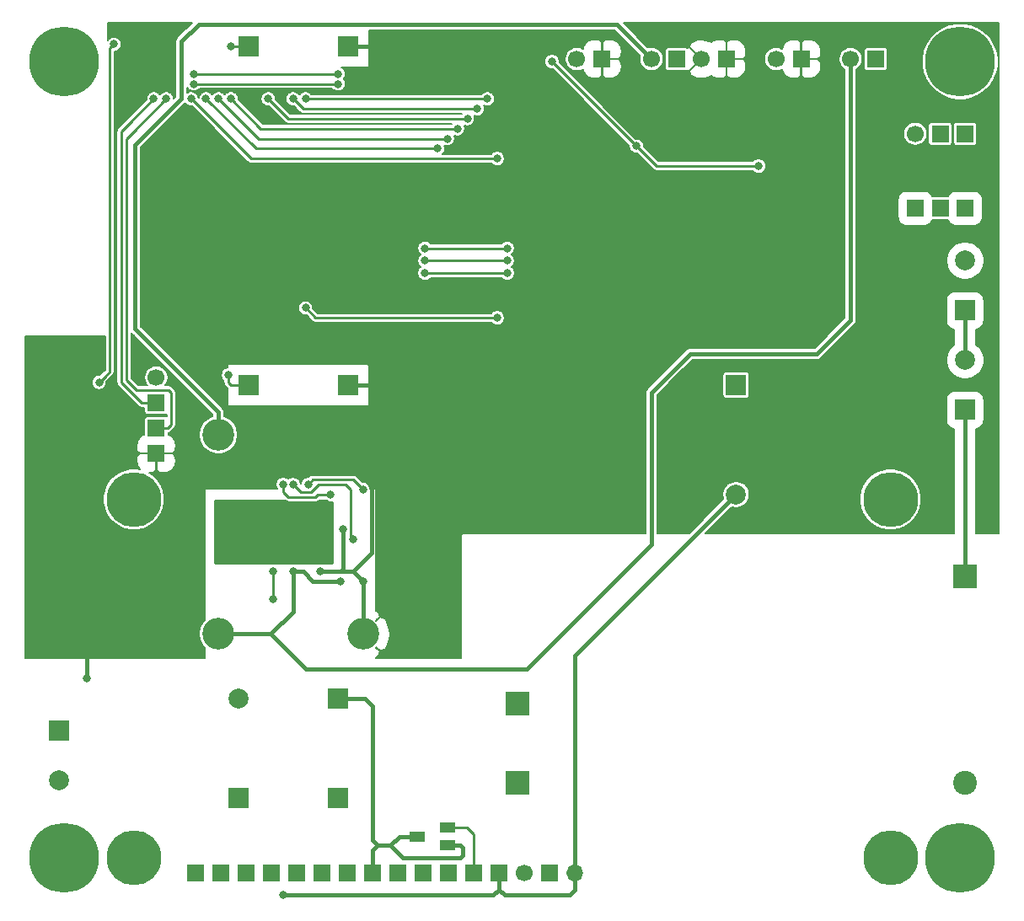
<source format=gbr>
G04 #@! TF.GenerationSoftware,KiCad,Pcbnew,(5.1.2-1)-1*
G04 #@! TF.CreationDate,2020-09-08T18:19:47+03:00*
G04 #@! TF.ProjectId,UAK_0,55414b5f-302e-46b6-9963-61645f706362,rev?*
G04 #@! TF.SameCoordinates,Original*
G04 #@! TF.FileFunction,Copper,L2,Bot*
G04 #@! TF.FilePolarity,Positive*
%FSLAX46Y46*%
G04 Gerber Fmt 4.6, Leading zero omitted, Abs format (unit mm)*
G04 Created by KiCad (PCBNEW (5.1.2-1)-1) date 2020-09-08 18:19:47*
%MOMM*%
%LPD*%
G04 APERTURE LIST*
%ADD10C,1.700000*%
%ADD11R,1.700000X1.700000*%
%ADD12O,1.700000X1.700000*%
%ADD13C,5.500000*%
%ADD14R,2.000000X2.000000*%
%ADD15C,2.000000*%
%ADD16R,1.500000X1.000000*%
%ADD17C,7.000000*%
%ADD18C,3.200000*%
%ADD19R,2.400000X2.400000*%
%ADD20C,2.400000*%
%ADD21C,0.800000*%
%ADD22C,0.450000*%
%ADD23C,0.250000*%
%ADD24C,0.200000*%
G04 APERTURE END LIST*
D10*
X165500000Y-62250000D03*
D11*
X168000000Y-62250000D03*
X170500000Y-62250000D03*
X170500000Y-69750000D03*
X168000000Y-69750000D03*
X165500000Y-69750000D03*
D12*
X131300000Y-136500000D03*
D11*
X128760000Y-136500000D03*
D10*
X126220000Y-136500000D03*
D11*
X123680000Y-136500000D03*
X121140000Y-136500000D03*
X118600000Y-136500000D03*
X116060000Y-136500000D03*
X113520000Y-136500000D03*
X110980000Y-136500000D03*
X108440000Y-136500000D03*
X105900000Y-136500000D03*
X103360000Y-136500000D03*
X100820000Y-136500000D03*
X98280000Y-136500000D03*
X95740000Y-136500000D03*
X93200000Y-136500000D03*
D13*
X87000000Y-99000000D03*
X163000000Y-99000000D03*
X163000000Y-135000000D03*
X87000000Y-135000000D03*
D14*
X170500000Y-80000000D03*
D15*
X170500000Y-75000000D03*
D11*
X154040000Y-54750000D03*
D10*
X151500000Y-54750000D03*
D14*
X79500000Y-122250000D03*
D15*
X79500000Y-127250000D03*
D11*
X146540000Y-54750000D03*
D10*
X144000000Y-54750000D03*
D11*
X141540000Y-54750000D03*
D10*
X139000000Y-54750000D03*
D14*
X147500000Y-87500000D03*
D15*
X147500000Y-98500000D03*
D11*
X134040000Y-54750000D03*
D10*
X131500000Y-54750000D03*
D11*
X161540000Y-54750000D03*
D10*
X159000000Y-54750000D03*
D16*
X115500000Y-132850000D03*
X118500000Y-131950000D03*
X118500000Y-133750000D03*
D11*
X89250000Y-94370000D03*
X89250000Y-91830000D03*
X89250000Y-89290000D03*
D10*
X89250000Y-86750000D03*
D14*
X98500000Y-53500000D03*
X108500000Y-53500000D03*
X98500000Y-87500000D03*
X108500000Y-87500000D03*
D17*
X80000000Y-135000000D03*
X170000000Y-55000000D03*
X170000000Y-135000000D03*
X80000000Y-55000000D03*
D14*
X170500000Y-90000000D03*
D15*
X170500000Y-85000000D03*
D18*
X95500000Y-92500000D03*
X110000000Y-112500000D03*
X95500000Y-112500000D03*
D15*
X97500000Y-119000000D03*
D14*
X107500000Y-119000000D03*
X107500000Y-129000000D03*
X97500000Y-129000000D03*
D19*
X125500000Y-119500000D03*
X125500000Y-127500000D03*
X170500000Y-106700000D03*
D20*
X170500000Y-127500000D03*
D21*
X101000000Y-102750000D03*
X101000000Y-100750000D03*
X101000000Y-101750000D03*
X106500000Y-100750000D03*
X106500000Y-101750000D03*
X106500000Y-102750000D03*
X90250000Y-58750000D03*
X89000000Y-58750000D03*
X85000000Y-53250000D03*
X83500000Y-87250000D03*
X137500000Y-63500000D03*
X129000000Y-55000000D03*
X149750000Y-65500000D03*
X96500000Y-86500000D03*
X96750000Y-53500000D03*
X116250000Y-75000000D03*
X124500000Y-75000000D03*
X93000000Y-56250000D03*
X107500000Y-56250000D03*
X92750000Y-58750000D03*
X123500000Y-64750000D03*
X117500000Y-63750000D03*
X94250000Y-58750000D03*
X119500000Y-61750000D03*
X96750000Y-58750000D03*
X121500000Y-59750000D03*
X103000000Y-58750000D03*
X122500000Y-58750000D03*
X104250000Y-58750000D03*
X120500000Y-60750000D03*
X100500000Y-58750000D03*
X118500000Y-62750000D03*
X95500000Y-58750000D03*
X123500000Y-80750000D03*
X104250000Y-79750000D03*
X103000000Y-106250000D03*
X107750000Y-107250000D03*
X102000000Y-138750000D03*
X116250000Y-73750000D03*
X124500000Y-73750000D03*
X93000000Y-57250000D03*
X107500000Y-57250000D03*
X102000000Y-97500000D03*
X106750000Y-98500000D03*
X101000000Y-106250000D03*
X101000000Y-109000000D03*
X103000000Y-97500000D03*
X109000000Y-103000000D03*
X104500000Y-97500000D03*
X110000000Y-98000000D03*
X116250000Y-76250000D03*
X124500000Y-76250000D03*
X137000000Y-94750000D03*
X148500000Y-73000000D03*
X105750000Y-106250000D03*
X109250000Y-96250000D03*
X110000000Y-107250000D03*
X107975000Y-102000000D03*
X82250000Y-117000000D03*
X77750000Y-112000000D03*
X88000000Y-68000000D03*
X88000000Y-72500000D03*
X88000000Y-70250000D03*
X97000000Y-68000000D03*
X97000000Y-70250000D03*
X97000000Y-72500000D03*
X82500000Y-84500000D03*
X103000000Y-79750000D03*
X96000000Y-88500000D03*
X111250000Y-53500000D03*
X157250000Y-73000000D03*
X131250000Y-68500000D03*
X135750000Y-68500000D03*
X145750000Y-64250000D03*
X85750000Y-57500000D03*
D22*
X170500000Y-90000000D02*
X170500000Y-106700000D01*
X170500000Y-80000000D02*
X170500000Y-85000000D01*
D23*
X121140000Y-136500000D02*
X121140000Y-132640000D01*
X120450000Y-131950000D02*
X118500000Y-131950000D01*
X121140000Y-132640000D02*
X120450000Y-131950000D01*
X90750000Y-91500000D02*
X90500000Y-91750000D01*
X90420000Y-91830000D02*
X90750000Y-91500000D01*
X89250000Y-91830000D02*
X90420000Y-91830000D01*
X90750000Y-88250000D02*
X90500000Y-88000000D01*
X90500000Y-88000000D02*
X87250000Y-88000000D01*
X90750000Y-91500000D02*
X90750000Y-88250000D01*
X86250000Y-62750000D02*
X86750000Y-62250000D01*
X86250000Y-87000000D02*
X86250000Y-62750000D01*
X86750000Y-62250000D02*
X90250000Y-58750000D01*
X87250000Y-88000000D02*
X86250000Y-87000000D01*
X89250000Y-89290000D02*
X87790000Y-89290000D01*
X87000000Y-88500000D02*
X87750000Y-89250000D01*
X87790000Y-89290000D02*
X87000000Y-88500000D01*
X86500000Y-61250000D02*
X89000000Y-58750000D01*
X85750000Y-62000000D02*
X86500000Y-61250000D01*
X85750000Y-87250000D02*
X85750000Y-62000000D01*
X87000000Y-88500000D02*
X85750000Y-87250000D01*
X84125000Y-86625000D02*
X83500000Y-87250000D01*
X84575010Y-86174990D02*
X84125000Y-86625000D01*
X84575010Y-53674990D02*
X84575010Y-86174990D01*
X85000000Y-53250000D02*
X84575010Y-53674990D01*
X137500000Y-63500000D02*
X129000000Y-55000000D01*
X139500000Y-65500000D02*
X137500000Y-63500000D01*
X149750000Y-65500000D02*
X139500000Y-65500000D01*
X98500000Y-87500000D02*
X96750000Y-87500000D01*
X96750000Y-87500000D02*
X96500000Y-87250000D01*
X96500000Y-87250000D02*
X96500000Y-86500000D01*
X98500000Y-53500000D02*
X96750000Y-53500000D01*
X116250000Y-75000000D02*
X124500000Y-75000000D01*
X93000000Y-56250000D02*
X107500000Y-56250000D01*
X98750000Y-64750000D02*
X92750000Y-58750000D01*
X123500000Y-64750000D02*
X98750000Y-64750000D01*
X99250000Y-63750000D02*
X94250000Y-58750000D01*
X117500000Y-63750000D02*
X99250000Y-63750000D01*
X99750000Y-61750000D02*
X96750000Y-58750000D01*
X119500000Y-61750000D02*
X99750000Y-61750000D01*
X104000000Y-59750000D02*
X103000000Y-58750000D01*
X121500000Y-59750000D02*
X104000000Y-59750000D01*
X104250000Y-58750000D02*
X122500000Y-58750000D01*
X102500000Y-60750000D02*
X100500000Y-58750000D01*
X120500000Y-60750000D02*
X102500000Y-60750000D01*
X99500000Y-62750000D02*
X95500000Y-58750000D01*
X118500000Y-62750000D02*
X99500000Y-62750000D01*
X123500000Y-80750000D02*
X105250000Y-80750000D01*
X105250000Y-80750000D02*
X104250000Y-79750000D01*
D22*
X103000000Y-106250000D02*
X103000000Y-109500000D01*
X103000000Y-106250000D02*
X103750000Y-106250000D01*
X103750000Y-106250000D02*
X104000000Y-106250000D01*
X104000000Y-106250000D02*
X105000000Y-107250000D01*
X105000000Y-107250000D02*
X107750000Y-107250000D01*
X95500000Y-112500000D02*
X100750000Y-112500000D01*
X103000000Y-110250000D02*
X103000000Y-109500000D01*
X100750000Y-112500000D02*
X103000000Y-110250000D01*
X126500000Y-116000000D02*
X104250000Y-116000000D01*
X104250000Y-116000000D02*
X100750000Y-112500000D01*
X159000000Y-54750000D02*
X159000000Y-81000000D01*
X159000000Y-81000000D02*
X155625000Y-84375000D01*
X155625000Y-84375000D02*
X142875000Y-84375000D01*
X142875000Y-84375000D02*
X139000000Y-88250000D01*
X139000000Y-88250000D02*
X139000000Y-103500000D01*
X139000000Y-103500000D02*
X126500000Y-116000000D01*
X123680000Y-136500000D02*
X123680000Y-137800000D01*
X125250000Y-138750000D02*
X124250000Y-138750000D01*
X125250000Y-138750000D02*
X124630000Y-138750000D01*
X123680000Y-138180000D02*
X123680000Y-136500000D01*
X124250000Y-138750000D02*
X123680000Y-138180000D01*
X123110000Y-138750000D02*
X123680000Y-138180000D01*
X122000000Y-138750000D02*
X123110000Y-138750000D01*
X122000000Y-138750000D02*
X122730000Y-138750000D01*
X102000000Y-138750000D02*
X122000000Y-138750000D01*
X131300000Y-136500000D02*
X131300000Y-138200000D01*
X130750000Y-138750000D02*
X129750000Y-138750000D01*
X131300000Y-138200000D02*
X130750000Y-138750000D01*
X129750000Y-138750000D02*
X125250000Y-138750000D01*
X131300000Y-114700000D02*
X147500000Y-98500000D01*
X131300000Y-136500000D02*
X131300000Y-114700000D01*
X87506370Y-82243630D02*
X95500000Y-90237259D01*
X87493630Y-82243630D02*
X87506370Y-82243630D01*
X139000000Y-54750000D02*
X135500000Y-51250000D01*
X135500000Y-51250000D02*
X93500000Y-51250000D01*
X87125000Y-81875000D02*
X87493630Y-82243630D01*
X93500000Y-51250000D02*
X91750000Y-53000000D01*
X95500000Y-90237259D02*
X95500000Y-92500000D01*
X91750000Y-53000000D02*
X91750000Y-58750000D01*
X91750000Y-58750000D02*
X87125000Y-63375000D01*
X87125000Y-63375000D02*
X87125000Y-81875000D01*
D23*
X116250000Y-73750000D02*
X124500000Y-73750000D01*
X93000000Y-57250000D02*
X107500000Y-57250000D01*
X105500000Y-98500000D02*
X106750000Y-98500000D01*
X105250000Y-98750000D02*
X105500000Y-98500000D01*
X102500000Y-98750000D02*
X105250000Y-98750000D01*
X102000000Y-97500000D02*
X102000000Y-98250000D01*
X102000000Y-98250000D02*
X102500000Y-98750000D01*
X101000000Y-106250000D02*
X101000000Y-109000000D01*
X103750000Y-98250000D02*
X104823002Y-98250000D01*
X103000000Y-97500000D02*
X103750000Y-98250000D01*
X105573002Y-97500000D02*
X108250000Y-97500000D01*
X108250000Y-97500000D02*
X108750000Y-98000000D01*
X104823002Y-98250000D02*
X105573002Y-97500000D01*
X108750000Y-102750000D02*
X109000000Y-103000000D01*
X108750000Y-100750000D02*
X108750000Y-102750000D01*
X108750000Y-98000000D02*
X108750000Y-100750000D01*
X109000000Y-97000000D02*
X110000000Y-98000000D01*
X104500000Y-97500000D02*
X105000000Y-97000000D01*
X105000000Y-97000000D02*
X109000000Y-97000000D01*
X116250000Y-76250000D02*
X124500000Y-76250000D01*
D22*
X109000000Y-106250000D02*
X110000000Y-107250000D01*
X107975000Y-106025000D02*
X107750000Y-106250000D01*
X107975000Y-102000000D02*
X107975000Y-106025000D01*
X105750000Y-106250000D02*
X107750000Y-106250000D01*
X108200000Y-106250000D02*
X107975000Y-106025000D01*
X108500000Y-106250000D02*
X108200000Y-106250000D01*
X108500000Y-106250000D02*
X109000000Y-106250000D01*
X107750000Y-106250000D02*
X108500000Y-106250000D01*
X110000000Y-112500000D02*
X110000000Y-107250000D01*
X110875001Y-104374999D02*
X109000000Y-106250000D01*
X110875001Y-96875001D02*
X110875001Y-104374999D01*
X110250000Y-96250000D02*
X110875001Y-96875001D01*
X109250000Y-96250000D02*
X110250000Y-96250000D01*
X82250000Y-117000000D02*
X82250000Y-114500000D01*
X108500000Y-87500000D02*
X111000000Y-87500000D01*
X108500000Y-53500000D02*
X111250000Y-53500000D01*
X119750000Y-133750000D02*
X120000000Y-134000000D01*
X118500000Y-133750000D02*
X119750000Y-133750000D01*
X120000000Y-134000000D02*
X120000000Y-134750000D01*
X120000000Y-134750000D02*
X119750000Y-135000000D01*
X119750000Y-135000000D02*
X114000000Y-135000000D01*
X110980000Y-136500000D02*
X110980000Y-134270000D01*
X110980000Y-134270000D02*
X111500000Y-133750000D01*
X111500000Y-133750000D02*
X112750000Y-133750000D01*
X112750000Y-133750000D02*
X114000000Y-135000000D01*
X113650000Y-132850000D02*
X112750000Y-133750000D01*
X115500000Y-132850000D02*
X113650000Y-132850000D01*
X110250000Y-119000000D02*
X107500000Y-119000000D01*
X111000000Y-119750000D02*
X110250000Y-119000000D01*
X111500000Y-133750000D02*
X111000000Y-133250000D01*
X111000000Y-133250000D02*
X111000000Y-119750000D01*
D23*
G36*
X102220871Y-99167746D02*
G01*
X102307733Y-99214175D01*
X102401983Y-99242765D01*
X102500000Y-99252419D01*
X102524560Y-99250000D01*
X105225440Y-99250000D01*
X105250000Y-99252419D01*
X105274560Y-99250000D01*
X105348017Y-99242765D01*
X105442267Y-99214175D01*
X105529129Y-99167746D01*
X105581215Y-99125000D01*
X106290415Y-99125000D01*
X106382900Y-99186796D01*
X106523941Y-99245217D01*
X106673669Y-99275000D01*
X106826331Y-99275000D01*
X106875000Y-99265319D01*
X106875000Y-105375000D01*
X95125000Y-105375000D01*
X95125000Y-99125000D01*
X102168785Y-99125000D01*
X102220871Y-99167746D01*
X102220871Y-99167746D01*
G37*
X102220871Y-99167746D02*
X102307733Y-99214175D01*
X102401983Y-99242765D01*
X102500000Y-99252419D01*
X102524560Y-99250000D01*
X105225440Y-99250000D01*
X105250000Y-99252419D01*
X105274560Y-99250000D01*
X105348017Y-99242765D01*
X105442267Y-99214175D01*
X105529129Y-99167746D01*
X105581215Y-99125000D01*
X106290415Y-99125000D01*
X106382900Y-99186796D01*
X106523941Y-99245217D01*
X106673669Y-99275000D01*
X106826331Y-99275000D01*
X106875000Y-99265319D01*
X106875000Y-105375000D01*
X95125000Y-105375000D01*
X95125000Y-99125000D01*
X102168785Y-99125000D01*
X102220871Y-99167746D01*
D24*
G36*
X91363393Y-52573435D02*
G01*
X91341446Y-52591446D01*
X91294287Y-52648911D01*
X91269592Y-52679002D01*
X91231643Y-52750000D01*
X91216199Y-52778893D01*
X91183320Y-52887281D01*
X91176135Y-52960230D01*
X91172218Y-53000000D01*
X91175000Y-53028243D01*
X91175001Y-58511826D01*
X91000000Y-58686827D01*
X91000000Y-58676131D01*
X90971178Y-58531233D01*
X90914641Y-58394742D01*
X90832563Y-58271903D01*
X90728097Y-58167437D01*
X90605258Y-58085359D01*
X90468767Y-58028822D01*
X90323869Y-58000000D01*
X90176131Y-58000000D01*
X90031233Y-58028822D01*
X89894742Y-58085359D01*
X89771903Y-58167437D01*
X89667437Y-58271903D01*
X89625000Y-58335415D01*
X89582563Y-58271903D01*
X89478097Y-58167437D01*
X89355258Y-58085359D01*
X89218767Y-58028822D01*
X89073869Y-58000000D01*
X88926131Y-58000000D01*
X88781233Y-58028822D01*
X88644742Y-58085359D01*
X88521903Y-58167437D01*
X88417437Y-58271903D01*
X88335359Y-58394742D01*
X88278822Y-58531233D01*
X88250000Y-58676131D01*
X88250000Y-58823869D01*
X88250727Y-58827522D01*
X86180627Y-60897623D01*
X86180622Y-60897627D01*
X85430629Y-61647621D01*
X85412500Y-61662499D01*
X85353142Y-61734827D01*
X85345032Y-61750000D01*
X85309035Y-61817346D01*
X85281873Y-61906884D01*
X85272702Y-62000000D01*
X85275001Y-62023342D01*
X85275000Y-87226668D01*
X85272702Y-87250000D01*
X85275000Y-87273331D01*
X85281873Y-87343115D01*
X85309034Y-87432653D01*
X85353141Y-87515173D01*
X85412499Y-87587501D01*
X85430634Y-87602384D01*
X86680622Y-88852373D01*
X86680627Y-88852377D01*
X87437625Y-89609377D01*
X87452499Y-89627501D01*
X87524827Y-89686859D01*
X87583326Y-89718127D01*
X87607346Y-89730966D01*
X87696884Y-89758127D01*
X87790000Y-89767298D01*
X87813332Y-89765000D01*
X88048307Y-89765000D01*
X88048307Y-90140000D01*
X88055065Y-90208612D01*
X88075078Y-90274587D01*
X88107578Y-90335390D01*
X88151315Y-90388685D01*
X88204610Y-90432422D01*
X88265413Y-90464922D01*
X88331388Y-90484935D01*
X88400000Y-90491693D01*
X90100000Y-90491693D01*
X90168612Y-90484935D01*
X90234587Y-90464922D01*
X90275000Y-90443321D01*
X90275000Y-90676679D01*
X90234587Y-90655078D01*
X90168612Y-90635065D01*
X90100000Y-90628307D01*
X88400000Y-90628307D01*
X88331388Y-90635065D01*
X88265413Y-90655078D01*
X88204610Y-90687578D01*
X88151315Y-90731315D01*
X88107578Y-90784610D01*
X88075078Y-90845413D01*
X88055065Y-90911388D01*
X88048307Y-90980000D01*
X88048307Y-92477189D01*
X87977012Y-92498816D01*
X87785916Y-92600958D01*
X87618419Y-92738419D01*
X87480958Y-92905916D01*
X87378816Y-93097012D01*
X87315916Y-93304362D01*
X87294678Y-93520000D01*
X87300000Y-94070000D01*
X87575000Y-94345000D01*
X89225000Y-94345000D01*
X89225000Y-94325000D01*
X89275000Y-94325000D01*
X89275000Y-94345000D01*
X90925000Y-94345000D01*
X91200000Y-94070000D01*
X91205322Y-93520000D01*
X91184084Y-93304362D01*
X91121184Y-93097012D01*
X91019042Y-92905916D01*
X90881581Y-92738419D01*
X90714084Y-92600958D01*
X90522988Y-92498816D01*
X90451693Y-92477189D01*
X90451693Y-92304177D01*
X90513116Y-92298127D01*
X90602654Y-92270966D01*
X90685173Y-92226859D01*
X90757501Y-92167501D01*
X90772384Y-92149367D01*
X91069371Y-91852380D01*
X91087501Y-91837501D01*
X91146859Y-91765173D01*
X91190966Y-91682654D01*
X91218127Y-91593116D01*
X91225000Y-91523332D01*
X91225000Y-91523331D01*
X91227298Y-91500001D01*
X91225000Y-91476669D01*
X91225000Y-88273331D01*
X91227298Y-88249999D01*
X91218127Y-88156883D01*
X91204822Y-88113023D01*
X91190966Y-88067346D01*
X91146859Y-87984827D01*
X91087501Y-87912499D01*
X91069366Y-87897616D01*
X90852384Y-87680634D01*
X90837501Y-87662499D01*
X90765173Y-87603141D01*
X90682654Y-87559034D01*
X90593116Y-87531873D01*
X90523332Y-87525000D01*
X90500000Y-87522702D01*
X90476668Y-87525000D01*
X90172056Y-87525000D01*
X90182101Y-87514955D01*
X90313426Y-87318413D01*
X90403884Y-87100027D01*
X90450000Y-86868190D01*
X90450000Y-86631810D01*
X90403884Y-86399973D01*
X90313426Y-86181587D01*
X90182101Y-85985045D01*
X90014955Y-85817899D01*
X89818413Y-85686574D01*
X89600027Y-85596116D01*
X89368190Y-85550000D01*
X89131810Y-85550000D01*
X88899973Y-85596116D01*
X88681587Y-85686574D01*
X88485045Y-85817899D01*
X88317899Y-85985045D01*
X88186574Y-86181587D01*
X88096116Y-86399973D01*
X88050000Y-86631810D01*
X88050000Y-86868190D01*
X88096116Y-87100027D01*
X88186574Y-87318413D01*
X88317899Y-87514955D01*
X88327944Y-87525000D01*
X87446752Y-87525000D01*
X86725000Y-86803250D01*
X86725000Y-82290573D01*
X86738389Y-82301561D01*
X87067064Y-82630236D01*
X87085076Y-82652184D01*
X87172632Y-82724038D01*
X87174724Y-82725156D01*
X94925000Y-90475432D01*
X94925000Y-90627509D01*
X94576329Y-90771933D01*
X94256948Y-90985336D01*
X93985336Y-91256948D01*
X93771933Y-91576329D01*
X93624938Y-91931206D01*
X93550000Y-92307942D01*
X93550000Y-92692058D01*
X93624938Y-93068794D01*
X93771933Y-93423671D01*
X93985336Y-93743052D01*
X94256948Y-94014664D01*
X94576329Y-94228067D01*
X94931206Y-94375062D01*
X95307942Y-94450000D01*
X95692058Y-94450000D01*
X96068794Y-94375062D01*
X96423671Y-94228067D01*
X96743052Y-94014664D01*
X97014664Y-93743052D01*
X97228067Y-93423671D01*
X97375062Y-93068794D01*
X97450000Y-92692058D01*
X97450000Y-92307942D01*
X97375062Y-91931206D01*
X97228067Y-91576329D01*
X97014664Y-91256948D01*
X96743052Y-90985336D01*
X96423671Y-90771933D01*
X96075000Y-90627509D01*
X96075000Y-90265501D01*
X96077782Y-90237258D01*
X96075000Y-90209013D01*
X96066680Y-90124539D01*
X96033801Y-90016151D01*
X95995629Y-89944737D01*
X95980408Y-89916260D01*
X95926559Y-89850645D01*
X95908554Y-89828705D01*
X95886613Y-89810699D01*
X92502045Y-86426131D01*
X95750000Y-86426131D01*
X95750000Y-86573869D01*
X95778822Y-86718767D01*
X95835359Y-86855258D01*
X95917437Y-86978097D01*
X96021903Y-87082563D01*
X96025000Y-87084632D01*
X96025000Y-87226667D01*
X96022702Y-87250000D01*
X96025000Y-87273331D01*
X96031873Y-87343115D01*
X96059034Y-87432653D01*
X96103141Y-87515173D01*
X96162499Y-87587501D01*
X96180634Y-87602384D01*
X96397616Y-87819366D01*
X96400000Y-87822271D01*
X96400000Y-89500000D01*
X96401921Y-89519509D01*
X96407612Y-89538268D01*
X96416853Y-89555557D01*
X96429289Y-89570711D01*
X96444443Y-89583147D01*
X96461732Y-89592388D01*
X96480491Y-89598079D01*
X96500000Y-89600000D01*
X107445964Y-89600000D01*
X107500000Y-89605322D01*
X108200000Y-89600000D01*
X108800000Y-89600000D01*
X109500000Y-89605322D01*
X109554036Y-89600000D01*
X110500000Y-89600000D01*
X110519509Y-89598079D01*
X110538268Y-89592388D01*
X110555557Y-89583147D01*
X110570711Y-89570711D01*
X110583147Y-89555557D01*
X110592388Y-89538268D01*
X110598079Y-89519509D01*
X110600000Y-89500000D01*
X110600000Y-88554036D01*
X110605322Y-88500000D01*
X110600000Y-87800000D01*
X110600000Y-87200000D01*
X110605322Y-86500000D01*
X110600000Y-86445964D01*
X110600000Y-85500000D01*
X110598079Y-85480491D01*
X110592388Y-85461732D01*
X110583147Y-85444443D01*
X110570711Y-85429289D01*
X110555557Y-85416853D01*
X110538268Y-85407612D01*
X110519509Y-85401921D01*
X110500000Y-85400000D01*
X109554036Y-85400000D01*
X109500000Y-85394678D01*
X108800000Y-85400000D01*
X108200000Y-85400000D01*
X107500000Y-85394678D01*
X107445964Y-85400000D01*
X96500000Y-85400000D01*
X96480491Y-85401921D01*
X96461732Y-85407612D01*
X96444443Y-85416853D01*
X96429289Y-85429289D01*
X96416853Y-85444443D01*
X96407612Y-85461732D01*
X96401921Y-85480491D01*
X96400000Y-85500000D01*
X96400000Y-85755198D01*
X96281233Y-85778822D01*
X96144742Y-85835359D01*
X96021903Y-85917437D01*
X95917437Y-86021903D01*
X95835359Y-86144742D01*
X95778822Y-86281233D01*
X95750000Y-86426131D01*
X92502045Y-86426131D01*
X87932936Y-81857023D01*
X87914924Y-81835076D01*
X87827368Y-81763222D01*
X87825276Y-81762104D01*
X87700000Y-81636828D01*
X87700000Y-79676131D01*
X103500000Y-79676131D01*
X103500000Y-79823869D01*
X103528822Y-79968767D01*
X103585359Y-80105258D01*
X103667437Y-80228097D01*
X103771903Y-80332563D01*
X103894742Y-80414641D01*
X104031233Y-80471178D01*
X104176131Y-80500000D01*
X104323869Y-80500000D01*
X104327522Y-80499273D01*
X104897625Y-81069377D01*
X104912499Y-81087501D01*
X104984827Y-81146859D01*
X105067346Y-81190966D01*
X105156884Y-81218127D01*
X105250000Y-81227298D01*
X105273332Y-81225000D01*
X122915368Y-81225000D01*
X122917437Y-81228097D01*
X123021903Y-81332563D01*
X123144742Y-81414641D01*
X123281233Y-81471178D01*
X123426131Y-81500000D01*
X123573869Y-81500000D01*
X123718767Y-81471178D01*
X123855258Y-81414641D01*
X123978097Y-81332563D01*
X124082563Y-81228097D01*
X124164641Y-81105258D01*
X124221178Y-80968767D01*
X124250000Y-80823869D01*
X124250000Y-80676131D01*
X124221178Y-80531233D01*
X124164641Y-80394742D01*
X124082563Y-80271903D01*
X123978097Y-80167437D01*
X123855258Y-80085359D01*
X123718767Y-80028822D01*
X123573869Y-80000000D01*
X123426131Y-80000000D01*
X123281233Y-80028822D01*
X123144742Y-80085359D01*
X123021903Y-80167437D01*
X122917437Y-80271903D01*
X122915368Y-80275000D01*
X105446752Y-80275000D01*
X104999273Y-79827522D01*
X105000000Y-79823869D01*
X105000000Y-79676131D01*
X104971178Y-79531233D01*
X104914641Y-79394742D01*
X104832563Y-79271903D01*
X104728097Y-79167437D01*
X104605258Y-79085359D01*
X104468767Y-79028822D01*
X104323869Y-79000000D01*
X104176131Y-79000000D01*
X104031233Y-79028822D01*
X103894742Y-79085359D01*
X103771903Y-79167437D01*
X103667437Y-79271903D01*
X103585359Y-79394742D01*
X103528822Y-79531233D01*
X103500000Y-79676131D01*
X87700000Y-79676131D01*
X87700000Y-73676131D01*
X115500000Y-73676131D01*
X115500000Y-73823869D01*
X115528822Y-73968767D01*
X115585359Y-74105258D01*
X115667437Y-74228097D01*
X115771903Y-74332563D01*
X115835415Y-74375000D01*
X115771903Y-74417437D01*
X115667437Y-74521903D01*
X115585359Y-74644742D01*
X115528822Y-74781233D01*
X115500000Y-74926131D01*
X115500000Y-75073869D01*
X115528822Y-75218767D01*
X115585359Y-75355258D01*
X115667437Y-75478097D01*
X115771903Y-75582563D01*
X115835415Y-75625000D01*
X115771903Y-75667437D01*
X115667437Y-75771903D01*
X115585359Y-75894742D01*
X115528822Y-76031233D01*
X115500000Y-76176131D01*
X115500000Y-76323869D01*
X115528822Y-76468767D01*
X115585359Y-76605258D01*
X115667437Y-76728097D01*
X115771903Y-76832563D01*
X115894742Y-76914641D01*
X116031233Y-76971178D01*
X116176131Y-77000000D01*
X116323869Y-77000000D01*
X116468767Y-76971178D01*
X116605258Y-76914641D01*
X116728097Y-76832563D01*
X116832563Y-76728097D01*
X116834632Y-76725000D01*
X123915368Y-76725000D01*
X123917437Y-76728097D01*
X124021903Y-76832563D01*
X124144742Y-76914641D01*
X124281233Y-76971178D01*
X124426131Y-77000000D01*
X124573869Y-77000000D01*
X124718767Y-76971178D01*
X124855258Y-76914641D01*
X124978097Y-76832563D01*
X125082563Y-76728097D01*
X125164641Y-76605258D01*
X125221178Y-76468767D01*
X125250000Y-76323869D01*
X125250000Y-76176131D01*
X125221178Y-76031233D01*
X125164641Y-75894742D01*
X125082563Y-75771903D01*
X124978097Y-75667437D01*
X124914585Y-75625000D01*
X124978097Y-75582563D01*
X125082563Y-75478097D01*
X125164641Y-75355258D01*
X125221178Y-75218767D01*
X125250000Y-75073869D01*
X125250000Y-74926131D01*
X125221178Y-74781233D01*
X125164641Y-74644742D01*
X125082563Y-74521903D01*
X124978097Y-74417437D01*
X124914585Y-74375000D01*
X124978097Y-74332563D01*
X125082563Y-74228097D01*
X125164641Y-74105258D01*
X125221178Y-73968767D01*
X125250000Y-73823869D01*
X125250000Y-73676131D01*
X125221178Y-73531233D01*
X125164641Y-73394742D01*
X125082563Y-73271903D01*
X124978097Y-73167437D01*
X124855258Y-73085359D01*
X124718767Y-73028822D01*
X124573869Y-73000000D01*
X124426131Y-73000000D01*
X124281233Y-73028822D01*
X124144742Y-73085359D01*
X124021903Y-73167437D01*
X123917437Y-73271903D01*
X123915368Y-73275000D01*
X116834632Y-73275000D01*
X116832563Y-73271903D01*
X116728097Y-73167437D01*
X116605258Y-73085359D01*
X116468767Y-73028822D01*
X116323869Y-73000000D01*
X116176131Y-73000000D01*
X116031233Y-73028822D01*
X115894742Y-73085359D01*
X115771903Y-73167437D01*
X115667437Y-73271903D01*
X115585359Y-73394742D01*
X115528822Y-73531233D01*
X115500000Y-73676131D01*
X87700000Y-73676131D01*
X87700000Y-63613172D01*
X92134448Y-59178725D01*
X92167437Y-59228097D01*
X92271903Y-59332563D01*
X92394742Y-59414641D01*
X92531233Y-59471178D01*
X92676131Y-59500000D01*
X92823869Y-59500000D01*
X92827523Y-59499273D01*
X98397621Y-65069372D01*
X98412499Y-65087501D01*
X98484827Y-65146859D01*
X98567346Y-65190966D01*
X98629722Y-65209888D01*
X98656883Y-65218127D01*
X98749999Y-65227298D01*
X98773331Y-65225000D01*
X122915368Y-65225000D01*
X122917437Y-65228097D01*
X123021903Y-65332563D01*
X123144742Y-65414641D01*
X123281233Y-65471178D01*
X123426131Y-65500000D01*
X123573869Y-65500000D01*
X123718767Y-65471178D01*
X123855258Y-65414641D01*
X123978097Y-65332563D01*
X124082563Y-65228097D01*
X124164641Y-65105258D01*
X124221178Y-64968767D01*
X124250000Y-64823869D01*
X124250000Y-64676131D01*
X124221178Y-64531233D01*
X124164641Y-64394742D01*
X124082563Y-64271903D01*
X123978097Y-64167437D01*
X123855258Y-64085359D01*
X123718767Y-64028822D01*
X123573869Y-64000000D01*
X123426131Y-64000000D01*
X123281233Y-64028822D01*
X123144742Y-64085359D01*
X123021903Y-64167437D01*
X122917437Y-64271903D01*
X122915368Y-64275000D01*
X118035660Y-64275000D01*
X118082563Y-64228097D01*
X118164641Y-64105258D01*
X118221178Y-63968767D01*
X118250000Y-63823869D01*
X118250000Y-63676131D01*
X118221178Y-63531233D01*
X118178712Y-63428712D01*
X118281233Y-63471178D01*
X118426131Y-63500000D01*
X118573869Y-63500000D01*
X118718767Y-63471178D01*
X118855258Y-63414641D01*
X118978097Y-63332563D01*
X119082563Y-63228097D01*
X119164641Y-63105258D01*
X119221178Y-62968767D01*
X119250000Y-62823869D01*
X119250000Y-62676131D01*
X119221178Y-62531233D01*
X119178712Y-62428712D01*
X119281233Y-62471178D01*
X119426131Y-62500000D01*
X119573869Y-62500000D01*
X119718767Y-62471178D01*
X119855258Y-62414641D01*
X119978097Y-62332563D01*
X120082563Y-62228097D01*
X120164641Y-62105258D01*
X120221178Y-61968767D01*
X120250000Y-61823869D01*
X120250000Y-61676131D01*
X120221178Y-61531233D01*
X120178712Y-61428712D01*
X120281233Y-61471178D01*
X120426131Y-61500000D01*
X120573869Y-61500000D01*
X120718767Y-61471178D01*
X120855258Y-61414641D01*
X120978097Y-61332563D01*
X121082563Y-61228097D01*
X121164641Y-61105258D01*
X121221178Y-60968767D01*
X121250000Y-60823869D01*
X121250000Y-60676131D01*
X121221178Y-60531233D01*
X121178712Y-60428712D01*
X121281233Y-60471178D01*
X121426131Y-60500000D01*
X121573869Y-60500000D01*
X121718767Y-60471178D01*
X121855258Y-60414641D01*
X121978097Y-60332563D01*
X122082563Y-60228097D01*
X122164641Y-60105258D01*
X122221178Y-59968767D01*
X122250000Y-59823869D01*
X122250000Y-59676131D01*
X122221178Y-59531233D01*
X122178712Y-59428712D01*
X122281233Y-59471178D01*
X122426131Y-59500000D01*
X122573869Y-59500000D01*
X122718767Y-59471178D01*
X122855258Y-59414641D01*
X122978097Y-59332563D01*
X123082563Y-59228097D01*
X123164641Y-59105258D01*
X123221178Y-58968767D01*
X123250000Y-58823869D01*
X123250000Y-58676131D01*
X123221178Y-58531233D01*
X123164641Y-58394742D01*
X123082563Y-58271903D01*
X122978097Y-58167437D01*
X122855258Y-58085359D01*
X122718767Y-58028822D01*
X122573869Y-58000000D01*
X122426131Y-58000000D01*
X122281233Y-58028822D01*
X122144742Y-58085359D01*
X122021903Y-58167437D01*
X121917437Y-58271903D01*
X121915368Y-58275000D01*
X104834632Y-58275000D01*
X104832563Y-58271903D01*
X104728097Y-58167437D01*
X104605258Y-58085359D01*
X104468767Y-58028822D01*
X104323869Y-58000000D01*
X104176131Y-58000000D01*
X104031233Y-58028822D01*
X103894742Y-58085359D01*
X103771903Y-58167437D01*
X103667437Y-58271903D01*
X103625000Y-58335415D01*
X103582563Y-58271903D01*
X103478097Y-58167437D01*
X103355258Y-58085359D01*
X103218767Y-58028822D01*
X103073869Y-58000000D01*
X102926131Y-58000000D01*
X102781233Y-58028822D01*
X102644742Y-58085359D01*
X102521903Y-58167437D01*
X102417437Y-58271903D01*
X102335359Y-58394742D01*
X102278822Y-58531233D01*
X102250000Y-58676131D01*
X102250000Y-58823869D01*
X102278822Y-58968767D01*
X102335359Y-59105258D01*
X102417437Y-59228097D01*
X102521903Y-59332563D01*
X102644742Y-59414641D01*
X102781233Y-59471178D01*
X102926131Y-59500000D01*
X103073869Y-59500000D01*
X103077522Y-59499273D01*
X103647625Y-60069377D01*
X103662499Y-60087501D01*
X103680622Y-60102374D01*
X103734827Y-60146859D01*
X103817346Y-60190966D01*
X103906884Y-60218127D01*
X104000000Y-60227298D01*
X104023332Y-60225000D01*
X119964340Y-60225000D01*
X119917437Y-60271903D01*
X119915368Y-60275000D01*
X102696751Y-60275000D01*
X101249273Y-58827523D01*
X101250000Y-58823869D01*
X101250000Y-58676131D01*
X101221178Y-58531233D01*
X101164641Y-58394742D01*
X101082563Y-58271903D01*
X100978097Y-58167437D01*
X100855258Y-58085359D01*
X100718767Y-58028822D01*
X100573869Y-58000000D01*
X100426131Y-58000000D01*
X100281233Y-58028822D01*
X100144742Y-58085359D01*
X100021903Y-58167437D01*
X99917437Y-58271903D01*
X99835359Y-58394742D01*
X99778822Y-58531233D01*
X99750000Y-58676131D01*
X99750000Y-58823869D01*
X99778822Y-58968767D01*
X99835359Y-59105258D01*
X99917437Y-59228097D01*
X100021903Y-59332563D01*
X100144742Y-59414641D01*
X100281233Y-59471178D01*
X100426131Y-59500000D01*
X100573869Y-59500000D01*
X100577523Y-59499273D01*
X102147621Y-61069372D01*
X102162499Y-61087501D01*
X102234827Y-61146859D01*
X102317346Y-61190966D01*
X102379722Y-61209888D01*
X102406883Y-61218127D01*
X102499999Y-61227298D01*
X102523331Y-61225000D01*
X118964340Y-61225000D01*
X118917437Y-61271903D01*
X118915368Y-61275000D01*
X99946752Y-61275000D01*
X97499273Y-58827523D01*
X97500000Y-58823869D01*
X97500000Y-58676131D01*
X97471178Y-58531233D01*
X97414641Y-58394742D01*
X97332563Y-58271903D01*
X97228097Y-58167437D01*
X97105258Y-58085359D01*
X96968767Y-58028822D01*
X96823869Y-58000000D01*
X96676131Y-58000000D01*
X96531233Y-58028822D01*
X96394742Y-58085359D01*
X96271903Y-58167437D01*
X96167437Y-58271903D01*
X96125000Y-58335415D01*
X96082563Y-58271903D01*
X95978097Y-58167437D01*
X95855258Y-58085359D01*
X95718767Y-58028822D01*
X95573869Y-58000000D01*
X95426131Y-58000000D01*
X95281233Y-58028822D01*
X95144742Y-58085359D01*
X95021903Y-58167437D01*
X94917437Y-58271903D01*
X94875000Y-58335415D01*
X94832563Y-58271903D01*
X94728097Y-58167437D01*
X94605258Y-58085359D01*
X94468767Y-58028822D01*
X94323869Y-58000000D01*
X94176131Y-58000000D01*
X94031233Y-58028822D01*
X93894742Y-58085359D01*
X93771903Y-58167437D01*
X93667437Y-58271903D01*
X93585359Y-58394742D01*
X93528822Y-58531233D01*
X93500000Y-58676131D01*
X93471178Y-58531233D01*
X93414641Y-58394742D01*
X93332563Y-58271903D01*
X93228097Y-58167437D01*
X93105258Y-58085359D01*
X92968767Y-58028822D01*
X92823869Y-58000000D01*
X92676131Y-58000000D01*
X92531233Y-58028822D01*
X92394742Y-58085359D01*
X92325000Y-58131959D01*
X92325000Y-57580249D01*
X92335359Y-57605258D01*
X92417437Y-57728097D01*
X92521903Y-57832563D01*
X92644742Y-57914641D01*
X92781233Y-57971178D01*
X92926131Y-58000000D01*
X93073869Y-58000000D01*
X93218767Y-57971178D01*
X93355258Y-57914641D01*
X93478097Y-57832563D01*
X93582563Y-57728097D01*
X93584632Y-57725000D01*
X106915368Y-57725000D01*
X106917437Y-57728097D01*
X107021903Y-57832563D01*
X107144742Y-57914641D01*
X107281233Y-57971178D01*
X107426131Y-58000000D01*
X107573869Y-58000000D01*
X107718767Y-57971178D01*
X107855258Y-57914641D01*
X107978097Y-57832563D01*
X108082563Y-57728097D01*
X108164641Y-57605258D01*
X108221178Y-57468767D01*
X108250000Y-57323869D01*
X108250000Y-57176131D01*
X108221178Y-57031233D01*
X108164641Y-56894742D01*
X108082563Y-56771903D01*
X108060660Y-56750000D01*
X108082563Y-56728097D01*
X108164641Y-56605258D01*
X108221178Y-56468767D01*
X108250000Y-56323869D01*
X108250000Y-56176131D01*
X108221178Y-56031233D01*
X108164641Y-55894742D01*
X108082563Y-55771903D01*
X107978097Y-55667437D01*
X107880802Y-55602427D01*
X108200000Y-55600000D01*
X108800000Y-55600000D01*
X109500000Y-55605322D01*
X109554036Y-55600000D01*
X110500000Y-55600000D01*
X110519509Y-55598079D01*
X110538268Y-55592388D01*
X110555557Y-55583147D01*
X110570711Y-55570711D01*
X110583147Y-55555557D01*
X110592388Y-55538268D01*
X110598079Y-55519509D01*
X110600000Y-55500000D01*
X110600000Y-54926131D01*
X128250000Y-54926131D01*
X128250000Y-55073869D01*
X128278822Y-55218767D01*
X128335359Y-55355258D01*
X128417437Y-55478097D01*
X128521903Y-55582563D01*
X128644742Y-55664641D01*
X128781233Y-55721178D01*
X128926131Y-55750000D01*
X129073869Y-55750000D01*
X129077523Y-55749273D01*
X136750727Y-63422478D01*
X136750000Y-63426131D01*
X136750000Y-63573869D01*
X136778822Y-63718767D01*
X136835359Y-63855258D01*
X136917437Y-63978097D01*
X137021903Y-64082563D01*
X137144742Y-64164641D01*
X137281233Y-64221178D01*
X137426131Y-64250000D01*
X137573869Y-64250000D01*
X137577523Y-64249273D01*
X139147621Y-65819372D01*
X139162499Y-65837501D01*
X139234827Y-65896859D01*
X139317346Y-65940966D01*
X139379722Y-65959888D01*
X139406883Y-65968127D01*
X139499999Y-65977298D01*
X139523331Y-65975000D01*
X149165368Y-65975000D01*
X149167437Y-65978097D01*
X149271903Y-66082563D01*
X149394742Y-66164641D01*
X149531233Y-66221178D01*
X149676131Y-66250000D01*
X149823869Y-66250000D01*
X149968767Y-66221178D01*
X150105258Y-66164641D01*
X150228097Y-66082563D01*
X150332563Y-65978097D01*
X150414641Y-65855258D01*
X150471178Y-65718767D01*
X150500000Y-65573869D01*
X150500000Y-65426131D01*
X150471178Y-65281233D01*
X150414641Y-65144742D01*
X150332563Y-65021903D01*
X150228097Y-64917437D01*
X150105258Y-64835359D01*
X149968767Y-64778822D01*
X149823869Y-64750000D01*
X149676131Y-64750000D01*
X149531233Y-64778822D01*
X149394742Y-64835359D01*
X149271903Y-64917437D01*
X149167437Y-65021903D01*
X149165368Y-65025000D01*
X139696751Y-65025000D01*
X138249273Y-63577523D01*
X138250000Y-63573869D01*
X138250000Y-63426131D01*
X138221178Y-63281233D01*
X138164641Y-63144742D01*
X138082563Y-63021903D01*
X137978097Y-62917437D01*
X137855258Y-62835359D01*
X137718767Y-62778822D01*
X137573869Y-62750000D01*
X137426131Y-62750000D01*
X137422478Y-62750727D01*
X129749273Y-55077523D01*
X129750000Y-55073869D01*
X129750000Y-54926131D01*
X129721178Y-54781233D01*
X129664641Y-54644742D01*
X129656001Y-54631810D01*
X130300000Y-54631810D01*
X130300000Y-54868190D01*
X130346116Y-55100027D01*
X130436574Y-55318413D01*
X130567899Y-55514955D01*
X130735045Y-55682101D01*
X130931587Y-55813426D01*
X131149973Y-55903884D01*
X131381810Y-55950000D01*
X131618190Y-55950000D01*
X131850027Y-55903884D01*
X132068413Y-55813426D01*
X132103396Y-55790051D01*
X132105916Y-55815638D01*
X132168816Y-56022988D01*
X132270958Y-56214084D01*
X132408419Y-56381581D01*
X132575916Y-56519042D01*
X132767012Y-56621184D01*
X132974362Y-56684084D01*
X133190000Y-56705322D01*
X133740000Y-56700000D01*
X134015000Y-56425000D01*
X134015000Y-54775000D01*
X134065000Y-54775000D01*
X134065000Y-56425000D01*
X134340000Y-56700000D01*
X134890000Y-56705322D01*
X135105638Y-56684084D01*
X135312988Y-56621184D01*
X135504084Y-56519042D01*
X135671581Y-56381581D01*
X135809042Y-56214084D01*
X135911184Y-56022988D01*
X135974084Y-55815638D01*
X135995322Y-55600000D01*
X135990000Y-55050000D01*
X135715000Y-54775000D01*
X134065000Y-54775000D01*
X134015000Y-54775000D01*
X133995000Y-54775000D01*
X133995000Y-54725000D01*
X134015000Y-54725000D01*
X134015000Y-53075000D01*
X134065000Y-53075000D01*
X134065000Y-54725000D01*
X135715000Y-54725000D01*
X135990000Y-54450000D01*
X135995322Y-53900000D01*
X135974084Y-53684362D01*
X135911184Y-53477012D01*
X135809042Y-53285916D01*
X135671581Y-53118419D01*
X135504084Y-52980958D01*
X135312988Y-52878816D01*
X135105638Y-52815916D01*
X134890000Y-52794678D01*
X134340000Y-52800000D01*
X134065000Y-53075000D01*
X134015000Y-53075000D01*
X133740000Y-52800000D01*
X133190000Y-52794678D01*
X132974362Y-52815916D01*
X132767012Y-52878816D01*
X132575916Y-52980958D01*
X132408419Y-53118419D01*
X132270958Y-53285916D01*
X132168816Y-53477012D01*
X132105916Y-53684362D01*
X132103396Y-53709949D01*
X132068413Y-53686574D01*
X131850027Y-53596116D01*
X131618190Y-53550000D01*
X131381810Y-53550000D01*
X131149973Y-53596116D01*
X130931587Y-53686574D01*
X130735045Y-53817899D01*
X130567899Y-53985045D01*
X130436574Y-54181587D01*
X130346116Y-54399973D01*
X130300000Y-54631810D01*
X129656001Y-54631810D01*
X129582563Y-54521903D01*
X129478097Y-54417437D01*
X129355258Y-54335359D01*
X129218767Y-54278822D01*
X129073869Y-54250000D01*
X128926131Y-54250000D01*
X128781233Y-54278822D01*
X128644742Y-54335359D01*
X128521903Y-54417437D01*
X128417437Y-54521903D01*
X128335359Y-54644742D01*
X128278822Y-54781233D01*
X128250000Y-54926131D01*
X110600000Y-54926131D01*
X110600000Y-54554036D01*
X110605322Y-54500000D01*
X110600000Y-53800000D01*
X110600000Y-53200000D01*
X110605322Y-52500000D01*
X110600000Y-52445964D01*
X110600000Y-51825000D01*
X135261828Y-51825000D01*
X137844570Y-54407743D01*
X137800000Y-54631810D01*
X137800000Y-54868190D01*
X137846116Y-55100027D01*
X137936574Y-55318413D01*
X138067899Y-55514955D01*
X138235045Y-55682101D01*
X138431587Y-55813426D01*
X138649973Y-55903884D01*
X138881810Y-55950000D01*
X139118190Y-55950000D01*
X139350027Y-55903884D01*
X139568413Y-55813426D01*
X139764955Y-55682101D01*
X139932101Y-55514955D01*
X140063426Y-55318413D01*
X140153884Y-55100027D01*
X140200000Y-54868190D01*
X140200000Y-54631810D01*
X140153884Y-54399973D01*
X140063426Y-54181587D01*
X139932101Y-53985045D01*
X139847056Y-53900000D01*
X140338307Y-53900000D01*
X140338307Y-55600000D01*
X140345065Y-55668612D01*
X140365078Y-55734587D01*
X140397578Y-55795390D01*
X140441315Y-55848685D01*
X140494610Y-55892422D01*
X140555413Y-55924922D01*
X140621388Y-55944935D01*
X140690000Y-55951693D01*
X142390000Y-55951693D01*
X142458612Y-55944935D01*
X142524587Y-55924922D01*
X142571671Y-55899755D01*
X142791378Y-55923266D01*
X143964645Y-54750000D01*
X142791378Y-53576734D01*
X142571671Y-53600245D01*
X142524587Y-53575078D01*
X142458612Y-53555065D01*
X142390000Y-53548307D01*
X140690000Y-53548307D01*
X140621388Y-53555065D01*
X140555413Y-53575078D01*
X140494610Y-53607578D01*
X140441315Y-53651315D01*
X140397578Y-53704610D01*
X140365078Y-53765413D01*
X140345065Y-53831388D01*
X140338307Y-53900000D01*
X139847056Y-53900000D01*
X139764955Y-53817899D01*
X139568413Y-53686574D01*
X139350027Y-53596116D01*
X139118190Y-53550000D01*
X138881810Y-53550000D01*
X138657743Y-53594570D01*
X138604551Y-53541378D01*
X142826734Y-53541378D01*
X144000000Y-54714645D01*
X144014143Y-54700503D01*
X144049498Y-54735858D01*
X144035355Y-54750000D01*
X144049498Y-54764142D01*
X144014143Y-54799498D01*
X144000000Y-54785355D01*
X142826734Y-55958622D01*
X142868592Y-56349782D01*
X143202434Y-56539770D01*
X143566925Y-56660977D01*
X143948060Y-56708747D01*
X144331190Y-56681243D01*
X144701593Y-56579522D01*
X144979806Y-56440167D01*
X145075916Y-56519042D01*
X145267012Y-56621184D01*
X145474362Y-56684084D01*
X145690000Y-56705322D01*
X146240000Y-56700000D01*
X146515000Y-56425000D01*
X146515000Y-54775000D01*
X146565000Y-54775000D01*
X146565000Y-56425000D01*
X146840000Y-56700000D01*
X147390000Y-56705322D01*
X147605638Y-56684084D01*
X147812988Y-56621184D01*
X148004084Y-56519042D01*
X148171581Y-56381581D01*
X148309042Y-56214084D01*
X148411184Y-56022988D01*
X148474084Y-55815638D01*
X148495322Y-55600000D01*
X148490000Y-55050000D01*
X148215000Y-54775000D01*
X146565000Y-54775000D01*
X146515000Y-54775000D01*
X146495000Y-54775000D01*
X146495000Y-54725000D01*
X146515000Y-54725000D01*
X146515000Y-53075000D01*
X146565000Y-53075000D01*
X146565000Y-54725000D01*
X148215000Y-54725000D01*
X148308190Y-54631810D01*
X150300000Y-54631810D01*
X150300000Y-54868190D01*
X150346116Y-55100027D01*
X150436574Y-55318413D01*
X150567899Y-55514955D01*
X150735045Y-55682101D01*
X150931587Y-55813426D01*
X151149973Y-55903884D01*
X151381810Y-55950000D01*
X151618190Y-55950000D01*
X151850027Y-55903884D01*
X152068413Y-55813426D01*
X152103396Y-55790051D01*
X152105916Y-55815638D01*
X152168816Y-56022988D01*
X152270958Y-56214084D01*
X152408419Y-56381581D01*
X152575916Y-56519042D01*
X152767012Y-56621184D01*
X152974362Y-56684084D01*
X153190000Y-56705322D01*
X153740000Y-56700000D01*
X154015000Y-56425000D01*
X154015000Y-54775000D01*
X154065000Y-54775000D01*
X154065000Y-56425000D01*
X154340000Y-56700000D01*
X154890000Y-56705322D01*
X155105638Y-56684084D01*
X155312988Y-56621184D01*
X155504084Y-56519042D01*
X155671581Y-56381581D01*
X155809042Y-56214084D01*
X155911184Y-56022988D01*
X155974084Y-55815638D01*
X155995322Y-55600000D01*
X155990000Y-55050000D01*
X155715000Y-54775000D01*
X154065000Y-54775000D01*
X154015000Y-54775000D01*
X153995000Y-54775000D01*
X153995000Y-54725000D01*
X154015000Y-54725000D01*
X154015000Y-53075000D01*
X154065000Y-53075000D01*
X154065000Y-54725000D01*
X155715000Y-54725000D01*
X155990000Y-54450000D01*
X155995322Y-53900000D01*
X155974084Y-53684362D01*
X155911184Y-53477012D01*
X155809042Y-53285916D01*
X155671581Y-53118419D01*
X155504084Y-52980958D01*
X155312988Y-52878816D01*
X155105638Y-52815916D01*
X154890000Y-52794678D01*
X154340000Y-52800000D01*
X154065000Y-53075000D01*
X154015000Y-53075000D01*
X153740000Y-52800000D01*
X153190000Y-52794678D01*
X152974362Y-52815916D01*
X152767012Y-52878816D01*
X152575916Y-52980958D01*
X152408419Y-53118419D01*
X152270958Y-53285916D01*
X152168816Y-53477012D01*
X152105916Y-53684362D01*
X152103396Y-53709949D01*
X152068413Y-53686574D01*
X151850027Y-53596116D01*
X151618190Y-53550000D01*
X151381810Y-53550000D01*
X151149973Y-53596116D01*
X150931587Y-53686574D01*
X150735045Y-53817899D01*
X150567899Y-53985045D01*
X150436574Y-54181587D01*
X150346116Y-54399973D01*
X150300000Y-54631810D01*
X148308190Y-54631810D01*
X148490000Y-54450000D01*
X148495322Y-53900000D01*
X148474084Y-53684362D01*
X148411184Y-53477012D01*
X148309042Y-53285916D01*
X148171581Y-53118419D01*
X148004084Y-52980958D01*
X147812988Y-52878816D01*
X147605638Y-52815916D01*
X147390000Y-52794678D01*
X146840000Y-52800000D01*
X146565000Y-53075000D01*
X146515000Y-53075000D01*
X146240000Y-52800000D01*
X145690000Y-52794678D01*
X145474362Y-52815916D01*
X145267012Y-52878816D01*
X145075916Y-52980958D01*
X144976850Y-53062260D01*
X144797566Y-52960230D01*
X144433075Y-52839023D01*
X144051940Y-52791253D01*
X143668810Y-52818757D01*
X143298407Y-52920478D01*
X142954965Y-53092506D01*
X142868592Y-53150218D01*
X142826734Y-53541378D01*
X138604551Y-53541378D01*
X136163172Y-51100000D01*
X173900000Y-51100000D01*
X173900000Y-102400000D01*
X171625000Y-102400000D01*
X171625000Y-91892043D01*
X171676431Y-91886977D01*
X171846081Y-91835514D01*
X172002432Y-91751943D01*
X172139475Y-91639475D01*
X172251943Y-91502432D01*
X172335514Y-91346081D01*
X172386977Y-91176431D01*
X172404354Y-91000000D01*
X172404354Y-89000000D01*
X172386977Y-88823569D01*
X172335514Y-88653919D01*
X172251943Y-88497568D01*
X172139475Y-88360525D01*
X172002432Y-88248057D01*
X171846081Y-88164486D01*
X171676431Y-88113023D01*
X171500000Y-88095646D01*
X169500000Y-88095646D01*
X169323569Y-88113023D01*
X169153919Y-88164486D01*
X168997568Y-88248057D01*
X168860525Y-88360525D01*
X168748057Y-88497568D01*
X168664486Y-88653919D01*
X168613023Y-88823569D01*
X168595646Y-89000000D01*
X168595646Y-91000000D01*
X168613023Y-91176431D01*
X168664486Y-91346081D01*
X168748057Y-91502432D01*
X168860525Y-91639475D01*
X168997568Y-91751943D01*
X169153919Y-91835514D01*
X169323569Y-91886977D01*
X169375000Y-91892043D01*
X169375001Y-102400000D01*
X144413173Y-102400000D01*
X147041755Y-99771418D01*
X147106220Y-99798120D01*
X147367037Y-99850000D01*
X147632963Y-99850000D01*
X147893780Y-99798120D01*
X148139465Y-99696354D01*
X148360575Y-99548613D01*
X148548613Y-99360575D01*
X148696354Y-99139465D01*
X148798120Y-98893780D01*
X148837724Y-98694677D01*
X159900000Y-98694677D01*
X159900000Y-99305323D01*
X160019131Y-99904237D01*
X160252815Y-100468401D01*
X160592072Y-100976135D01*
X161023865Y-101407928D01*
X161531599Y-101747185D01*
X162095763Y-101980869D01*
X162694677Y-102100000D01*
X163305323Y-102100000D01*
X163904237Y-101980869D01*
X164468401Y-101747185D01*
X164976135Y-101407928D01*
X165407928Y-100976135D01*
X165747185Y-100468401D01*
X165980869Y-99904237D01*
X166100000Y-99305323D01*
X166100000Y-98694677D01*
X165980869Y-98095763D01*
X165747185Y-97531599D01*
X165407928Y-97023865D01*
X164976135Y-96592072D01*
X164468401Y-96252815D01*
X163904237Y-96019131D01*
X163305323Y-95900000D01*
X162694677Y-95900000D01*
X162095763Y-96019131D01*
X161531599Y-96252815D01*
X161023865Y-96592072D01*
X160592072Y-97023865D01*
X160252815Y-97531599D01*
X160019131Y-98095763D01*
X159900000Y-98694677D01*
X148837724Y-98694677D01*
X148850000Y-98632963D01*
X148850000Y-98367037D01*
X148798120Y-98106220D01*
X148696354Y-97860535D01*
X148548613Y-97639425D01*
X148360575Y-97451387D01*
X148139465Y-97303646D01*
X147893780Y-97201880D01*
X147632963Y-97150000D01*
X147367037Y-97150000D01*
X147106220Y-97201880D01*
X146860535Y-97303646D01*
X146639425Y-97451387D01*
X146451387Y-97639425D01*
X146303646Y-97860535D01*
X146201880Y-98106220D01*
X146150000Y-98367037D01*
X146150000Y-98632963D01*
X146201880Y-98893780D01*
X146228582Y-98958245D01*
X142786827Y-102400000D01*
X139575000Y-102400000D01*
X139575000Y-88488172D01*
X141563172Y-86500000D01*
X146148307Y-86500000D01*
X146148307Y-88500000D01*
X146155065Y-88568612D01*
X146175078Y-88634587D01*
X146207578Y-88695390D01*
X146251315Y-88748685D01*
X146304610Y-88792422D01*
X146365413Y-88824922D01*
X146431388Y-88844935D01*
X146500000Y-88851693D01*
X148500000Y-88851693D01*
X148568612Y-88844935D01*
X148634587Y-88824922D01*
X148695390Y-88792422D01*
X148748685Y-88748685D01*
X148792422Y-88695390D01*
X148824922Y-88634587D01*
X148844935Y-88568612D01*
X148851693Y-88500000D01*
X148851693Y-86500000D01*
X148844935Y-86431388D01*
X148824922Y-86365413D01*
X148792422Y-86304610D01*
X148748685Y-86251315D01*
X148695390Y-86207578D01*
X148634587Y-86175078D01*
X148568612Y-86155065D01*
X148500000Y-86148307D01*
X146500000Y-86148307D01*
X146431388Y-86155065D01*
X146365413Y-86175078D01*
X146304610Y-86207578D01*
X146251315Y-86251315D01*
X146207578Y-86304610D01*
X146175078Y-86365413D01*
X146155065Y-86431388D01*
X146148307Y-86500000D01*
X141563172Y-86500000D01*
X143113173Y-84950000D01*
X155596757Y-84950000D01*
X155625000Y-84952782D01*
X155653243Y-84950000D01*
X155653246Y-84950000D01*
X155737720Y-84941680D01*
X155846108Y-84908801D01*
X155945998Y-84855408D01*
X156033554Y-84783554D01*
X156051565Y-84761607D01*
X159386612Y-81426561D01*
X159408554Y-81408554D01*
X159442782Y-81366847D01*
X159480408Y-81320999D01*
X159533801Y-81221108D01*
X159542944Y-81190966D01*
X159566680Y-81112720D01*
X159575000Y-81028246D01*
X159575000Y-81028243D01*
X159577782Y-81000000D01*
X159575000Y-80971757D01*
X159575000Y-79000000D01*
X168595646Y-79000000D01*
X168595646Y-81000000D01*
X168613023Y-81176431D01*
X168664486Y-81346081D01*
X168748057Y-81502432D01*
X168860525Y-81639475D01*
X168997568Y-81751943D01*
X169153919Y-81835514D01*
X169323569Y-81886977D01*
X169375000Y-81892043D01*
X169375001Y-83466591D01*
X169288821Y-83524174D01*
X169024174Y-83788821D01*
X168816242Y-84100013D01*
X168673016Y-84445791D01*
X168600000Y-84812866D01*
X168600000Y-85187134D01*
X168673016Y-85554209D01*
X168816242Y-85899987D01*
X169024174Y-86211179D01*
X169288821Y-86475826D01*
X169600013Y-86683758D01*
X169945791Y-86826984D01*
X170312866Y-86900000D01*
X170687134Y-86900000D01*
X171054209Y-86826984D01*
X171399987Y-86683758D01*
X171711179Y-86475826D01*
X171975826Y-86211179D01*
X172183758Y-85899987D01*
X172326984Y-85554209D01*
X172400000Y-85187134D01*
X172400000Y-84812866D01*
X172326984Y-84445791D01*
X172183758Y-84100013D01*
X171975826Y-83788821D01*
X171711179Y-83524174D01*
X171625000Y-83466591D01*
X171625000Y-81892043D01*
X171676431Y-81886977D01*
X171846081Y-81835514D01*
X172002432Y-81751943D01*
X172139475Y-81639475D01*
X172251943Y-81502432D01*
X172335514Y-81346081D01*
X172386977Y-81176431D01*
X172404354Y-81000000D01*
X172404354Y-79000000D01*
X172386977Y-78823569D01*
X172335514Y-78653919D01*
X172251943Y-78497568D01*
X172139475Y-78360525D01*
X172002432Y-78248057D01*
X171846081Y-78164486D01*
X171676431Y-78113023D01*
X171500000Y-78095646D01*
X169500000Y-78095646D01*
X169323569Y-78113023D01*
X169153919Y-78164486D01*
X168997568Y-78248057D01*
X168860525Y-78360525D01*
X168748057Y-78497568D01*
X168664486Y-78653919D01*
X168613023Y-78823569D01*
X168595646Y-79000000D01*
X159575000Y-79000000D01*
X159575000Y-74812866D01*
X168600000Y-74812866D01*
X168600000Y-75187134D01*
X168673016Y-75554209D01*
X168816242Y-75899987D01*
X169024174Y-76211179D01*
X169288821Y-76475826D01*
X169600013Y-76683758D01*
X169945791Y-76826984D01*
X170312866Y-76900000D01*
X170687134Y-76900000D01*
X171054209Y-76826984D01*
X171399987Y-76683758D01*
X171711179Y-76475826D01*
X171975826Y-76211179D01*
X172183758Y-75899987D01*
X172326984Y-75554209D01*
X172400000Y-75187134D01*
X172400000Y-74812866D01*
X172326984Y-74445791D01*
X172183758Y-74100013D01*
X171975826Y-73788821D01*
X171711179Y-73524174D01*
X171399987Y-73316242D01*
X171054209Y-73173016D01*
X170687134Y-73100000D01*
X170312866Y-73100000D01*
X169945791Y-73173016D01*
X169600013Y-73316242D01*
X169288821Y-73524174D01*
X169024174Y-73788821D01*
X168816242Y-74100013D01*
X168673016Y-74445791D01*
X168600000Y-74812866D01*
X159575000Y-74812866D01*
X159575000Y-68900000D01*
X163745646Y-68900000D01*
X163745646Y-70600000D01*
X163763023Y-70776431D01*
X163814486Y-70946081D01*
X163898057Y-71102432D01*
X164010525Y-71239475D01*
X164147568Y-71351943D01*
X164303919Y-71435514D01*
X164473569Y-71486977D01*
X164650000Y-71504354D01*
X166350000Y-71504354D01*
X166526431Y-71486977D01*
X166696081Y-71435514D01*
X166852432Y-71351943D01*
X166989475Y-71239475D01*
X167101943Y-71102432D01*
X167182514Y-70951693D01*
X168817486Y-70951693D01*
X168898057Y-71102432D01*
X169010525Y-71239475D01*
X169147568Y-71351943D01*
X169303919Y-71435514D01*
X169473569Y-71486977D01*
X169650000Y-71504354D01*
X171350000Y-71504354D01*
X171526431Y-71486977D01*
X171696081Y-71435514D01*
X171852432Y-71351943D01*
X171989475Y-71239475D01*
X172101943Y-71102432D01*
X172185514Y-70946081D01*
X172236977Y-70776431D01*
X172254354Y-70600000D01*
X172254354Y-68900000D01*
X172236977Y-68723569D01*
X172185514Y-68553919D01*
X172101943Y-68397568D01*
X171989475Y-68260525D01*
X171852432Y-68148057D01*
X171696081Y-68064486D01*
X171526431Y-68013023D01*
X171350000Y-67995646D01*
X169650000Y-67995646D01*
X169473569Y-68013023D01*
X169303919Y-68064486D01*
X169147568Y-68148057D01*
X169010525Y-68260525D01*
X168898057Y-68397568D01*
X168817486Y-68548307D01*
X167182514Y-68548307D01*
X167101943Y-68397568D01*
X166989475Y-68260525D01*
X166852432Y-68148057D01*
X166696081Y-68064486D01*
X166526431Y-68013023D01*
X166350000Y-67995646D01*
X164650000Y-67995646D01*
X164473569Y-68013023D01*
X164303919Y-68064486D01*
X164147568Y-68148057D01*
X164010525Y-68260525D01*
X163898057Y-68397568D01*
X163814486Y-68553919D01*
X163763023Y-68723569D01*
X163745646Y-68900000D01*
X159575000Y-68900000D01*
X159575000Y-62131810D01*
X164300000Y-62131810D01*
X164300000Y-62368190D01*
X164346116Y-62600027D01*
X164436574Y-62818413D01*
X164567899Y-63014955D01*
X164735045Y-63182101D01*
X164931587Y-63313426D01*
X165149973Y-63403884D01*
X165381810Y-63450000D01*
X165618190Y-63450000D01*
X165850027Y-63403884D01*
X166068413Y-63313426D01*
X166264955Y-63182101D01*
X166432101Y-63014955D01*
X166563426Y-62818413D01*
X166653884Y-62600027D01*
X166700000Y-62368190D01*
X166700000Y-62131810D01*
X166653884Y-61899973D01*
X166563426Y-61681587D01*
X166432101Y-61485045D01*
X166347056Y-61400000D01*
X166798307Y-61400000D01*
X166798307Y-63100000D01*
X166805065Y-63168612D01*
X166825078Y-63234587D01*
X166857578Y-63295390D01*
X166901315Y-63348685D01*
X166954610Y-63392422D01*
X167015413Y-63424922D01*
X167081388Y-63444935D01*
X167150000Y-63451693D01*
X168850000Y-63451693D01*
X168918612Y-63444935D01*
X168984587Y-63424922D01*
X169045390Y-63392422D01*
X169098685Y-63348685D01*
X169142422Y-63295390D01*
X169174922Y-63234587D01*
X169194935Y-63168612D01*
X169201693Y-63100000D01*
X169201693Y-61400000D01*
X169298307Y-61400000D01*
X169298307Y-63100000D01*
X169305065Y-63168612D01*
X169325078Y-63234587D01*
X169357578Y-63295390D01*
X169401315Y-63348685D01*
X169454610Y-63392422D01*
X169515413Y-63424922D01*
X169581388Y-63444935D01*
X169650000Y-63451693D01*
X171350000Y-63451693D01*
X171418612Y-63444935D01*
X171484587Y-63424922D01*
X171545390Y-63392422D01*
X171598685Y-63348685D01*
X171642422Y-63295390D01*
X171674922Y-63234587D01*
X171694935Y-63168612D01*
X171701693Y-63100000D01*
X171701693Y-61400000D01*
X171694935Y-61331388D01*
X171674922Y-61265413D01*
X171642422Y-61204610D01*
X171598685Y-61151315D01*
X171545390Y-61107578D01*
X171484587Y-61075078D01*
X171418612Y-61055065D01*
X171350000Y-61048307D01*
X169650000Y-61048307D01*
X169581388Y-61055065D01*
X169515413Y-61075078D01*
X169454610Y-61107578D01*
X169401315Y-61151315D01*
X169357578Y-61204610D01*
X169325078Y-61265413D01*
X169305065Y-61331388D01*
X169298307Y-61400000D01*
X169201693Y-61400000D01*
X169194935Y-61331388D01*
X169174922Y-61265413D01*
X169142422Y-61204610D01*
X169098685Y-61151315D01*
X169045390Y-61107578D01*
X168984587Y-61075078D01*
X168918612Y-61055065D01*
X168850000Y-61048307D01*
X167150000Y-61048307D01*
X167081388Y-61055065D01*
X167015413Y-61075078D01*
X166954610Y-61107578D01*
X166901315Y-61151315D01*
X166857578Y-61204610D01*
X166825078Y-61265413D01*
X166805065Y-61331388D01*
X166798307Y-61400000D01*
X166347056Y-61400000D01*
X166264955Y-61317899D01*
X166068413Y-61186574D01*
X165850027Y-61096116D01*
X165618190Y-61050000D01*
X165381810Y-61050000D01*
X165149973Y-61096116D01*
X164931587Y-61186574D01*
X164735045Y-61317899D01*
X164567899Y-61485045D01*
X164436574Y-61681587D01*
X164346116Y-61899973D01*
X164300000Y-62131810D01*
X159575000Y-62131810D01*
X159575000Y-55809025D01*
X159764955Y-55682101D01*
X159932101Y-55514955D01*
X160063426Y-55318413D01*
X160153884Y-55100027D01*
X160200000Y-54868190D01*
X160200000Y-54631810D01*
X160153884Y-54399973D01*
X160063426Y-54181587D01*
X159932101Y-53985045D01*
X159847056Y-53900000D01*
X160338307Y-53900000D01*
X160338307Y-55600000D01*
X160345065Y-55668612D01*
X160365078Y-55734587D01*
X160397578Y-55795390D01*
X160441315Y-55848685D01*
X160494610Y-55892422D01*
X160555413Y-55924922D01*
X160621388Y-55944935D01*
X160690000Y-55951693D01*
X162390000Y-55951693D01*
X162458612Y-55944935D01*
X162524587Y-55924922D01*
X162585390Y-55892422D01*
X162638685Y-55848685D01*
X162682422Y-55795390D01*
X162714922Y-55734587D01*
X162734935Y-55668612D01*
X162741693Y-55600000D01*
X162741693Y-54620808D01*
X166150000Y-54620808D01*
X166150000Y-55379192D01*
X166297953Y-56123004D01*
X166588174Y-56823659D01*
X167009509Y-57454232D01*
X167545768Y-57990491D01*
X168176341Y-58411826D01*
X168876996Y-58702047D01*
X169620808Y-58850000D01*
X170379192Y-58850000D01*
X171123004Y-58702047D01*
X171823659Y-58411826D01*
X172454232Y-57990491D01*
X172990491Y-57454232D01*
X173411826Y-56823659D01*
X173702047Y-56123004D01*
X173850000Y-55379192D01*
X173850000Y-54620808D01*
X173702047Y-53876996D01*
X173411826Y-53176341D01*
X172990491Y-52545768D01*
X172454232Y-52009509D01*
X171823659Y-51588174D01*
X171123004Y-51297953D01*
X170379192Y-51150000D01*
X169620808Y-51150000D01*
X168876996Y-51297953D01*
X168176341Y-51588174D01*
X167545768Y-52009509D01*
X167009509Y-52545768D01*
X166588174Y-53176341D01*
X166297953Y-53876996D01*
X166150000Y-54620808D01*
X162741693Y-54620808D01*
X162741693Y-53900000D01*
X162734935Y-53831388D01*
X162714922Y-53765413D01*
X162682422Y-53704610D01*
X162638685Y-53651315D01*
X162585390Y-53607578D01*
X162524587Y-53575078D01*
X162458612Y-53555065D01*
X162390000Y-53548307D01*
X160690000Y-53548307D01*
X160621388Y-53555065D01*
X160555413Y-53575078D01*
X160494610Y-53607578D01*
X160441315Y-53651315D01*
X160397578Y-53704610D01*
X160365078Y-53765413D01*
X160345065Y-53831388D01*
X160338307Y-53900000D01*
X159847056Y-53900000D01*
X159764955Y-53817899D01*
X159568413Y-53686574D01*
X159350027Y-53596116D01*
X159118190Y-53550000D01*
X158881810Y-53550000D01*
X158649973Y-53596116D01*
X158431587Y-53686574D01*
X158235045Y-53817899D01*
X158067899Y-53985045D01*
X157936574Y-54181587D01*
X157846116Y-54399973D01*
X157800000Y-54631810D01*
X157800000Y-54868190D01*
X157846116Y-55100027D01*
X157936574Y-55318413D01*
X158067899Y-55514955D01*
X158235045Y-55682101D01*
X158425000Y-55809025D01*
X158425001Y-80761826D01*
X155386828Y-83800000D01*
X142903243Y-83800000D01*
X142875000Y-83797218D01*
X142846757Y-83800000D01*
X142846754Y-83800000D01*
X142762280Y-83808320D01*
X142653892Y-83841199D01*
X142554002Y-83894592D01*
X142466446Y-83966446D01*
X142448440Y-83988387D01*
X138613393Y-87823434D01*
X138591446Y-87841446D01*
X138545972Y-87896858D01*
X138519592Y-87929002D01*
X138493777Y-87977298D01*
X138466199Y-88028893D01*
X138433320Y-88137281D01*
X138425000Y-88221754D01*
X138422218Y-88250000D01*
X138425000Y-88278243D01*
X138425001Y-102400000D01*
X120000000Y-102400000D01*
X119980491Y-102401921D01*
X119961732Y-102407612D01*
X119944443Y-102416853D01*
X119929289Y-102429289D01*
X119916853Y-102444443D01*
X119907612Y-102461732D01*
X119901921Y-102480491D01*
X119900000Y-102500000D01*
X119900000Y-114900000D01*
X111350000Y-114900000D01*
X111350000Y-114844207D01*
X111438829Y-114800106D01*
X111574406Y-114709516D01*
X111706203Y-114241559D01*
X111350000Y-113885356D01*
X111350000Y-113814644D01*
X111741559Y-114206203D01*
X112209516Y-114074406D01*
X112474213Y-113613099D01*
X112643826Y-113109016D01*
X112711839Y-112581529D01*
X112675637Y-112050908D01*
X112536612Y-111537546D01*
X112300106Y-111061171D01*
X112209516Y-110925594D01*
X111741559Y-110793797D01*
X111350000Y-111185356D01*
X111350000Y-111114644D01*
X111706203Y-110758441D01*
X111574406Y-110290484D01*
X111350000Y-110161720D01*
X111350000Y-98000000D01*
X111348079Y-97980491D01*
X111342388Y-97961732D01*
X111333147Y-97944443D01*
X111320711Y-97929289D01*
X111305557Y-97916853D01*
X111288268Y-97907612D01*
X111269509Y-97901921D01*
X111250000Y-97900000D01*
X110744802Y-97900000D01*
X110721178Y-97781233D01*
X110664641Y-97644742D01*
X110582563Y-97521903D01*
X110478097Y-97417437D01*
X110355258Y-97335359D01*
X110218767Y-97278822D01*
X110073869Y-97250000D01*
X109926131Y-97250000D01*
X109922478Y-97250727D01*
X109352384Y-96680634D01*
X109337501Y-96662499D01*
X109265173Y-96603141D01*
X109182654Y-96559034D01*
X109093116Y-96531873D01*
X109023332Y-96525000D01*
X109000000Y-96522702D01*
X108976668Y-96525000D01*
X105023332Y-96525000D01*
X105000000Y-96522702D01*
X104906884Y-96531873D01*
X104817345Y-96559034D01*
X104788602Y-96574398D01*
X104734827Y-96603141D01*
X104662499Y-96662499D01*
X104647625Y-96680624D01*
X104577522Y-96750727D01*
X104573869Y-96750000D01*
X104426131Y-96750000D01*
X104281233Y-96778822D01*
X104144742Y-96835359D01*
X104021903Y-96917437D01*
X103917437Y-97021903D01*
X103835359Y-97144742D01*
X103778822Y-97281233D01*
X103750000Y-97426131D01*
X103721178Y-97281233D01*
X103664641Y-97144742D01*
X103582563Y-97021903D01*
X103478097Y-96917437D01*
X103355258Y-96835359D01*
X103218767Y-96778822D01*
X103073869Y-96750000D01*
X102926131Y-96750000D01*
X102781233Y-96778822D01*
X102644742Y-96835359D01*
X102521903Y-96917437D01*
X102500000Y-96939340D01*
X102478097Y-96917437D01*
X102355258Y-96835359D01*
X102218767Y-96778822D01*
X102073869Y-96750000D01*
X101926131Y-96750000D01*
X101781233Y-96778822D01*
X101644742Y-96835359D01*
X101521903Y-96917437D01*
X101417437Y-97021903D01*
X101335359Y-97144742D01*
X101278822Y-97281233D01*
X101250000Y-97426131D01*
X101250000Y-97573869D01*
X101278822Y-97718767D01*
X101335359Y-97855258D01*
X101365255Y-97900000D01*
X94250000Y-97900000D01*
X94230491Y-97901921D01*
X94211732Y-97907612D01*
X94194443Y-97916853D01*
X94179289Y-97929289D01*
X94166853Y-97944443D01*
X94157612Y-97961732D01*
X94151921Y-97980491D01*
X94150000Y-98000000D01*
X94150000Y-111092284D01*
X93985336Y-111256948D01*
X93771933Y-111576329D01*
X93624938Y-111931206D01*
X93550000Y-112307942D01*
X93550000Y-112692058D01*
X93624938Y-113068794D01*
X93771933Y-113423671D01*
X93985336Y-113743052D01*
X94150000Y-113907716D01*
X94150000Y-114900000D01*
X76100000Y-114900000D01*
X76100000Y-98694677D01*
X83900000Y-98694677D01*
X83900000Y-99305323D01*
X84019131Y-99904237D01*
X84252815Y-100468401D01*
X84592072Y-100976135D01*
X85023865Y-101407928D01*
X85531599Y-101747185D01*
X86095763Y-101980869D01*
X86694677Y-102100000D01*
X87305323Y-102100000D01*
X87904237Y-101980869D01*
X88468401Y-101747185D01*
X88976135Y-101407928D01*
X89407928Y-100976135D01*
X89747185Y-100468401D01*
X89980869Y-99904237D01*
X90100000Y-99305323D01*
X90100000Y-98694677D01*
X89980869Y-98095763D01*
X89747185Y-97531599D01*
X89407928Y-97023865D01*
X88976135Y-96592072D01*
X88574390Y-96323635D01*
X88950000Y-96320000D01*
X89225000Y-96045000D01*
X89225000Y-94395000D01*
X89275000Y-94395000D01*
X89275000Y-96045000D01*
X89550000Y-96320000D01*
X90100000Y-96325322D01*
X90315638Y-96304084D01*
X90522988Y-96241184D01*
X90714084Y-96139042D01*
X90881581Y-96001581D01*
X91019042Y-95834084D01*
X91121184Y-95642988D01*
X91184084Y-95435638D01*
X91205322Y-95220000D01*
X91200000Y-94670000D01*
X90925000Y-94395000D01*
X89275000Y-94395000D01*
X89225000Y-94395000D01*
X87575000Y-94395000D01*
X87300000Y-94670000D01*
X87294678Y-95220000D01*
X87315916Y-95435638D01*
X87378816Y-95642988D01*
X87480958Y-95834084D01*
X87579872Y-95954611D01*
X87305323Y-95900000D01*
X86694677Y-95900000D01*
X86095763Y-96019131D01*
X85531599Y-96252815D01*
X85023865Y-96592072D01*
X84592072Y-97023865D01*
X84252815Y-97531599D01*
X84019131Y-98095763D01*
X83900000Y-98694677D01*
X76100000Y-98694677D01*
X76100000Y-82600000D01*
X84100011Y-82600000D01*
X84100011Y-85978238D01*
X83805627Y-86272623D01*
X83805622Y-86272627D01*
X83577523Y-86500727D01*
X83573869Y-86500000D01*
X83426131Y-86500000D01*
X83281233Y-86528822D01*
X83144742Y-86585359D01*
X83021903Y-86667437D01*
X82917437Y-86771903D01*
X82835359Y-86894742D01*
X82778822Y-87031233D01*
X82750000Y-87176131D01*
X82750000Y-87323869D01*
X82778822Y-87468767D01*
X82835359Y-87605258D01*
X82917437Y-87728097D01*
X83021903Y-87832563D01*
X83144742Y-87914641D01*
X83281233Y-87971178D01*
X83426131Y-88000000D01*
X83573869Y-88000000D01*
X83718767Y-87971178D01*
X83855258Y-87914641D01*
X83978097Y-87832563D01*
X84082563Y-87728097D01*
X84164641Y-87605258D01*
X84221178Y-87468767D01*
X84250000Y-87323869D01*
X84250000Y-87176131D01*
X84249273Y-87172477D01*
X84477373Y-86944378D01*
X84477377Y-86944373D01*
X84894381Y-86527370D01*
X84912511Y-86512491D01*
X84971869Y-86440163D01*
X85015976Y-86357644D01*
X85043137Y-86268106D01*
X85048744Y-86211179D01*
X85052308Y-86174991D01*
X85050010Y-86151659D01*
X85050010Y-54000000D01*
X85073869Y-54000000D01*
X85218767Y-53971178D01*
X85355258Y-53914641D01*
X85478097Y-53832563D01*
X85582563Y-53728097D01*
X85664641Y-53605258D01*
X85721178Y-53468767D01*
X85750000Y-53323869D01*
X85750000Y-53176131D01*
X85721178Y-53031233D01*
X85664641Y-52894742D01*
X85582563Y-52771903D01*
X85478097Y-52667437D01*
X85355258Y-52585359D01*
X85218767Y-52528822D01*
X85073869Y-52500000D01*
X84926131Y-52500000D01*
X84781233Y-52528822D01*
X84644742Y-52585359D01*
X84521903Y-52667437D01*
X84417437Y-52771903D01*
X84350000Y-52872830D01*
X84350000Y-51100000D01*
X92836827Y-51100000D01*
X91363393Y-52573435D01*
X91363393Y-52573435D01*
G37*
X91363393Y-52573435D02*
X91341446Y-52591446D01*
X91294287Y-52648911D01*
X91269592Y-52679002D01*
X91231643Y-52750000D01*
X91216199Y-52778893D01*
X91183320Y-52887281D01*
X91176135Y-52960230D01*
X91172218Y-53000000D01*
X91175000Y-53028243D01*
X91175001Y-58511826D01*
X91000000Y-58686827D01*
X91000000Y-58676131D01*
X90971178Y-58531233D01*
X90914641Y-58394742D01*
X90832563Y-58271903D01*
X90728097Y-58167437D01*
X90605258Y-58085359D01*
X90468767Y-58028822D01*
X90323869Y-58000000D01*
X90176131Y-58000000D01*
X90031233Y-58028822D01*
X89894742Y-58085359D01*
X89771903Y-58167437D01*
X89667437Y-58271903D01*
X89625000Y-58335415D01*
X89582563Y-58271903D01*
X89478097Y-58167437D01*
X89355258Y-58085359D01*
X89218767Y-58028822D01*
X89073869Y-58000000D01*
X88926131Y-58000000D01*
X88781233Y-58028822D01*
X88644742Y-58085359D01*
X88521903Y-58167437D01*
X88417437Y-58271903D01*
X88335359Y-58394742D01*
X88278822Y-58531233D01*
X88250000Y-58676131D01*
X88250000Y-58823869D01*
X88250727Y-58827522D01*
X86180627Y-60897623D01*
X86180622Y-60897627D01*
X85430629Y-61647621D01*
X85412500Y-61662499D01*
X85353142Y-61734827D01*
X85345032Y-61750000D01*
X85309035Y-61817346D01*
X85281873Y-61906884D01*
X85272702Y-62000000D01*
X85275001Y-62023342D01*
X85275000Y-87226668D01*
X85272702Y-87250000D01*
X85275000Y-87273331D01*
X85281873Y-87343115D01*
X85309034Y-87432653D01*
X85353141Y-87515173D01*
X85412499Y-87587501D01*
X85430634Y-87602384D01*
X86680622Y-88852373D01*
X86680627Y-88852377D01*
X87437625Y-89609377D01*
X87452499Y-89627501D01*
X87524827Y-89686859D01*
X87583326Y-89718127D01*
X87607346Y-89730966D01*
X87696884Y-89758127D01*
X87790000Y-89767298D01*
X87813332Y-89765000D01*
X88048307Y-89765000D01*
X88048307Y-90140000D01*
X88055065Y-90208612D01*
X88075078Y-90274587D01*
X88107578Y-90335390D01*
X88151315Y-90388685D01*
X88204610Y-90432422D01*
X88265413Y-90464922D01*
X88331388Y-90484935D01*
X88400000Y-90491693D01*
X90100000Y-90491693D01*
X90168612Y-90484935D01*
X90234587Y-90464922D01*
X90275000Y-90443321D01*
X90275000Y-90676679D01*
X90234587Y-90655078D01*
X90168612Y-90635065D01*
X90100000Y-90628307D01*
X88400000Y-90628307D01*
X88331388Y-90635065D01*
X88265413Y-90655078D01*
X88204610Y-90687578D01*
X88151315Y-90731315D01*
X88107578Y-90784610D01*
X88075078Y-90845413D01*
X88055065Y-90911388D01*
X88048307Y-90980000D01*
X88048307Y-92477189D01*
X87977012Y-92498816D01*
X87785916Y-92600958D01*
X87618419Y-92738419D01*
X87480958Y-92905916D01*
X87378816Y-93097012D01*
X87315916Y-93304362D01*
X87294678Y-93520000D01*
X87300000Y-94070000D01*
X87575000Y-94345000D01*
X89225000Y-94345000D01*
X89225000Y-94325000D01*
X89275000Y-94325000D01*
X89275000Y-94345000D01*
X90925000Y-94345000D01*
X91200000Y-94070000D01*
X91205322Y-93520000D01*
X91184084Y-93304362D01*
X91121184Y-93097012D01*
X91019042Y-92905916D01*
X90881581Y-92738419D01*
X90714084Y-92600958D01*
X90522988Y-92498816D01*
X90451693Y-92477189D01*
X90451693Y-92304177D01*
X90513116Y-92298127D01*
X90602654Y-92270966D01*
X90685173Y-92226859D01*
X90757501Y-92167501D01*
X90772384Y-92149367D01*
X91069371Y-91852380D01*
X91087501Y-91837501D01*
X91146859Y-91765173D01*
X91190966Y-91682654D01*
X91218127Y-91593116D01*
X91225000Y-91523332D01*
X91225000Y-91523331D01*
X91227298Y-91500001D01*
X91225000Y-91476669D01*
X91225000Y-88273331D01*
X91227298Y-88249999D01*
X91218127Y-88156883D01*
X91204822Y-88113023D01*
X91190966Y-88067346D01*
X91146859Y-87984827D01*
X91087501Y-87912499D01*
X91069366Y-87897616D01*
X90852384Y-87680634D01*
X90837501Y-87662499D01*
X90765173Y-87603141D01*
X90682654Y-87559034D01*
X90593116Y-87531873D01*
X90523332Y-87525000D01*
X90500000Y-87522702D01*
X90476668Y-87525000D01*
X90172056Y-87525000D01*
X90182101Y-87514955D01*
X90313426Y-87318413D01*
X90403884Y-87100027D01*
X90450000Y-86868190D01*
X90450000Y-86631810D01*
X90403884Y-86399973D01*
X90313426Y-86181587D01*
X90182101Y-85985045D01*
X90014955Y-85817899D01*
X89818413Y-85686574D01*
X89600027Y-85596116D01*
X89368190Y-85550000D01*
X89131810Y-85550000D01*
X88899973Y-85596116D01*
X88681587Y-85686574D01*
X88485045Y-85817899D01*
X88317899Y-85985045D01*
X88186574Y-86181587D01*
X88096116Y-86399973D01*
X88050000Y-86631810D01*
X88050000Y-86868190D01*
X88096116Y-87100027D01*
X88186574Y-87318413D01*
X88317899Y-87514955D01*
X88327944Y-87525000D01*
X87446752Y-87525000D01*
X86725000Y-86803250D01*
X86725000Y-82290573D01*
X86738389Y-82301561D01*
X87067064Y-82630236D01*
X87085076Y-82652184D01*
X87172632Y-82724038D01*
X87174724Y-82725156D01*
X94925000Y-90475432D01*
X94925000Y-90627509D01*
X94576329Y-90771933D01*
X94256948Y-90985336D01*
X93985336Y-91256948D01*
X93771933Y-91576329D01*
X93624938Y-91931206D01*
X93550000Y-92307942D01*
X93550000Y-92692058D01*
X93624938Y-93068794D01*
X93771933Y-93423671D01*
X93985336Y-93743052D01*
X94256948Y-94014664D01*
X94576329Y-94228067D01*
X94931206Y-94375062D01*
X95307942Y-94450000D01*
X95692058Y-94450000D01*
X96068794Y-94375062D01*
X96423671Y-94228067D01*
X96743052Y-94014664D01*
X97014664Y-93743052D01*
X97228067Y-93423671D01*
X97375062Y-93068794D01*
X97450000Y-92692058D01*
X97450000Y-92307942D01*
X97375062Y-91931206D01*
X97228067Y-91576329D01*
X97014664Y-91256948D01*
X96743052Y-90985336D01*
X96423671Y-90771933D01*
X96075000Y-90627509D01*
X96075000Y-90265501D01*
X96077782Y-90237258D01*
X96075000Y-90209013D01*
X96066680Y-90124539D01*
X96033801Y-90016151D01*
X95995629Y-89944737D01*
X95980408Y-89916260D01*
X95926559Y-89850645D01*
X95908554Y-89828705D01*
X95886613Y-89810699D01*
X92502045Y-86426131D01*
X95750000Y-86426131D01*
X95750000Y-86573869D01*
X95778822Y-86718767D01*
X95835359Y-86855258D01*
X95917437Y-86978097D01*
X96021903Y-87082563D01*
X96025000Y-87084632D01*
X96025000Y-87226667D01*
X96022702Y-87250000D01*
X96025000Y-87273331D01*
X96031873Y-87343115D01*
X96059034Y-87432653D01*
X96103141Y-87515173D01*
X96162499Y-87587501D01*
X96180634Y-87602384D01*
X96397616Y-87819366D01*
X96400000Y-87822271D01*
X96400000Y-89500000D01*
X96401921Y-89519509D01*
X96407612Y-89538268D01*
X96416853Y-89555557D01*
X96429289Y-89570711D01*
X96444443Y-89583147D01*
X96461732Y-89592388D01*
X96480491Y-89598079D01*
X96500000Y-89600000D01*
X107445964Y-89600000D01*
X107500000Y-89605322D01*
X108200000Y-89600000D01*
X108800000Y-89600000D01*
X109500000Y-89605322D01*
X109554036Y-89600000D01*
X110500000Y-89600000D01*
X110519509Y-89598079D01*
X110538268Y-89592388D01*
X110555557Y-89583147D01*
X110570711Y-89570711D01*
X110583147Y-89555557D01*
X110592388Y-89538268D01*
X110598079Y-89519509D01*
X110600000Y-89500000D01*
X110600000Y-88554036D01*
X110605322Y-88500000D01*
X110600000Y-87800000D01*
X110600000Y-87200000D01*
X110605322Y-86500000D01*
X110600000Y-86445964D01*
X110600000Y-85500000D01*
X110598079Y-85480491D01*
X110592388Y-85461732D01*
X110583147Y-85444443D01*
X110570711Y-85429289D01*
X110555557Y-85416853D01*
X110538268Y-85407612D01*
X110519509Y-85401921D01*
X110500000Y-85400000D01*
X109554036Y-85400000D01*
X109500000Y-85394678D01*
X108800000Y-85400000D01*
X108200000Y-85400000D01*
X107500000Y-85394678D01*
X107445964Y-85400000D01*
X96500000Y-85400000D01*
X96480491Y-85401921D01*
X96461732Y-85407612D01*
X96444443Y-85416853D01*
X96429289Y-85429289D01*
X96416853Y-85444443D01*
X96407612Y-85461732D01*
X96401921Y-85480491D01*
X96400000Y-85500000D01*
X96400000Y-85755198D01*
X96281233Y-85778822D01*
X96144742Y-85835359D01*
X96021903Y-85917437D01*
X95917437Y-86021903D01*
X95835359Y-86144742D01*
X95778822Y-86281233D01*
X95750000Y-86426131D01*
X92502045Y-86426131D01*
X87932936Y-81857023D01*
X87914924Y-81835076D01*
X87827368Y-81763222D01*
X87825276Y-81762104D01*
X87700000Y-81636828D01*
X87700000Y-79676131D01*
X103500000Y-79676131D01*
X103500000Y-79823869D01*
X103528822Y-79968767D01*
X103585359Y-80105258D01*
X103667437Y-80228097D01*
X103771903Y-80332563D01*
X103894742Y-80414641D01*
X104031233Y-80471178D01*
X104176131Y-80500000D01*
X104323869Y-80500000D01*
X104327522Y-80499273D01*
X104897625Y-81069377D01*
X104912499Y-81087501D01*
X104984827Y-81146859D01*
X105067346Y-81190966D01*
X105156884Y-81218127D01*
X105250000Y-81227298D01*
X105273332Y-81225000D01*
X122915368Y-81225000D01*
X122917437Y-81228097D01*
X123021903Y-81332563D01*
X123144742Y-81414641D01*
X123281233Y-81471178D01*
X123426131Y-81500000D01*
X123573869Y-81500000D01*
X123718767Y-81471178D01*
X123855258Y-81414641D01*
X123978097Y-81332563D01*
X124082563Y-81228097D01*
X124164641Y-81105258D01*
X124221178Y-80968767D01*
X124250000Y-80823869D01*
X124250000Y-80676131D01*
X124221178Y-80531233D01*
X124164641Y-80394742D01*
X124082563Y-80271903D01*
X123978097Y-80167437D01*
X123855258Y-80085359D01*
X123718767Y-80028822D01*
X123573869Y-80000000D01*
X123426131Y-80000000D01*
X123281233Y-80028822D01*
X123144742Y-80085359D01*
X123021903Y-80167437D01*
X122917437Y-80271903D01*
X122915368Y-80275000D01*
X105446752Y-80275000D01*
X104999273Y-79827522D01*
X105000000Y-79823869D01*
X105000000Y-79676131D01*
X104971178Y-79531233D01*
X104914641Y-79394742D01*
X104832563Y-79271903D01*
X104728097Y-79167437D01*
X104605258Y-79085359D01*
X104468767Y-79028822D01*
X104323869Y-79000000D01*
X104176131Y-79000000D01*
X104031233Y-79028822D01*
X103894742Y-79085359D01*
X103771903Y-79167437D01*
X103667437Y-79271903D01*
X103585359Y-79394742D01*
X103528822Y-79531233D01*
X103500000Y-79676131D01*
X87700000Y-79676131D01*
X87700000Y-73676131D01*
X115500000Y-73676131D01*
X115500000Y-73823869D01*
X115528822Y-73968767D01*
X115585359Y-74105258D01*
X115667437Y-74228097D01*
X115771903Y-74332563D01*
X115835415Y-74375000D01*
X115771903Y-74417437D01*
X115667437Y-74521903D01*
X115585359Y-74644742D01*
X115528822Y-74781233D01*
X115500000Y-74926131D01*
X115500000Y-75073869D01*
X115528822Y-75218767D01*
X115585359Y-75355258D01*
X115667437Y-75478097D01*
X115771903Y-75582563D01*
X115835415Y-75625000D01*
X115771903Y-75667437D01*
X115667437Y-75771903D01*
X115585359Y-75894742D01*
X115528822Y-76031233D01*
X115500000Y-76176131D01*
X115500000Y-76323869D01*
X115528822Y-76468767D01*
X115585359Y-76605258D01*
X115667437Y-76728097D01*
X115771903Y-76832563D01*
X115894742Y-76914641D01*
X116031233Y-76971178D01*
X116176131Y-77000000D01*
X116323869Y-77000000D01*
X116468767Y-76971178D01*
X116605258Y-76914641D01*
X116728097Y-76832563D01*
X116832563Y-76728097D01*
X116834632Y-76725000D01*
X123915368Y-76725000D01*
X123917437Y-76728097D01*
X124021903Y-76832563D01*
X124144742Y-76914641D01*
X124281233Y-76971178D01*
X124426131Y-77000000D01*
X124573869Y-77000000D01*
X124718767Y-76971178D01*
X124855258Y-76914641D01*
X124978097Y-76832563D01*
X125082563Y-76728097D01*
X125164641Y-76605258D01*
X125221178Y-76468767D01*
X125250000Y-76323869D01*
X125250000Y-76176131D01*
X125221178Y-76031233D01*
X125164641Y-75894742D01*
X125082563Y-75771903D01*
X124978097Y-75667437D01*
X124914585Y-75625000D01*
X124978097Y-75582563D01*
X125082563Y-75478097D01*
X125164641Y-75355258D01*
X125221178Y-75218767D01*
X125250000Y-75073869D01*
X125250000Y-74926131D01*
X125221178Y-74781233D01*
X125164641Y-74644742D01*
X125082563Y-74521903D01*
X124978097Y-74417437D01*
X124914585Y-74375000D01*
X124978097Y-74332563D01*
X125082563Y-74228097D01*
X125164641Y-74105258D01*
X125221178Y-73968767D01*
X125250000Y-73823869D01*
X125250000Y-73676131D01*
X125221178Y-73531233D01*
X125164641Y-73394742D01*
X125082563Y-73271903D01*
X124978097Y-73167437D01*
X124855258Y-73085359D01*
X124718767Y-73028822D01*
X124573869Y-73000000D01*
X124426131Y-73000000D01*
X124281233Y-73028822D01*
X124144742Y-73085359D01*
X124021903Y-73167437D01*
X123917437Y-73271903D01*
X123915368Y-73275000D01*
X116834632Y-73275000D01*
X116832563Y-73271903D01*
X116728097Y-73167437D01*
X116605258Y-73085359D01*
X116468767Y-73028822D01*
X116323869Y-73000000D01*
X116176131Y-73000000D01*
X116031233Y-73028822D01*
X115894742Y-73085359D01*
X115771903Y-73167437D01*
X115667437Y-73271903D01*
X115585359Y-73394742D01*
X115528822Y-73531233D01*
X115500000Y-73676131D01*
X87700000Y-73676131D01*
X87700000Y-63613172D01*
X92134448Y-59178725D01*
X92167437Y-59228097D01*
X92271903Y-59332563D01*
X92394742Y-59414641D01*
X92531233Y-59471178D01*
X92676131Y-59500000D01*
X92823869Y-59500000D01*
X92827523Y-59499273D01*
X98397621Y-65069372D01*
X98412499Y-65087501D01*
X98484827Y-65146859D01*
X98567346Y-65190966D01*
X98629722Y-65209888D01*
X98656883Y-65218127D01*
X98749999Y-65227298D01*
X98773331Y-65225000D01*
X122915368Y-65225000D01*
X122917437Y-65228097D01*
X123021903Y-65332563D01*
X123144742Y-65414641D01*
X123281233Y-65471178D01*
X123426131Y-65500000D01*
X123573869Y-65500000D01*
X123718767Y-65471178D01*
X123855258Y-65414641D01*
X123978097Y-65332563D01*
X124082563Y-65228097D01*
X124164641Y-65105258D01*
X124221178Y-64968767D01*
X124250000Y-64823869D01*
X124250000Y-64676131D01*
X124221178Y-64531233D01*
X124164641Y-64394742D01*
X124082563Y-64271903D01*
X123978097Y-64167437D01*
X123855258Y-64085359D01*
X123718767Y-64028822D01*
X123573869Y-64000000D01*
X123426131Y-64000000D01*
X123281233Y-64028822D01*
X123144742Y-64085359D01*
X123021903Y-64167437D01*
X122917437Y-64271903D01*
X122915368Y-64275000D01*
X118035660Y-64275000D01*
X118082563Y-64228097D01*
X118164641Y-64105258D01*
X118221178Y-63968767D01*
X118250000Y-63823869D01*
X118250000Y-63676131D01*
X118221178Y-63531233D01*
X118178712Y-63428712D01*
X118281233Y-63471178D01*
X118426131Y-63500000D01*
X118573869Y-63500000D01*
X118718767Y-63471178D01*
X118855258Y-63414641D01*
X118978097Y-63332563D01*
X119082563Y-63228097D01*
X119164641Y-63105258D01*
X119221178Y-62968767D01*
X119250000Y-62823869D01*
X119250000Y-62676131D01*
X119221178Y-62531233D01*
X119178712Y-62428712D01*
X119281233Y-62471178D01*
X119426131Y-62500000D01*
X119573869Y-62500000D01*
X119718767Y-62471178D01*
X119855258Y-62414641D01*
X119978097Y-62332563D01*
X120082563Y-62228097D01*
X120164641Y-62105258D01*
X120221178Y-61968767D01*
X120250000Y-61823869D01*
X120250000Y-61676131D01*
X120221178Y-61531233D01*
X120178712Y-61428712D01*
X120281233Y-61471178D01*
X120426131Y-61500000D01*
X120573869Y-61500000D01*
X120718767Y-61471178D01*
X120855258Y-61414641D01*
X120978097Y-61332563D01*
X121082563Y-61228097D01*
X121164641Y-61105258D01*
X121221178Y-60968767D01*
X121250000Y-60823869D01*
X121250000Y-60676131D01*
X121221178Y-60531233D01*
X121178712Y-60428712D01*
X121281233Y-60471178D01*
X121426131Y-60500000D01*
X121573869Y-60500000D01*
X121718767Y-60471178D01*
X121855258Y-60414641D01*
X121978097Y-60332563D01*
X122082563Y-60228097D01*
X122164641Y-60105258D01*
X122221178Y-59968767D01*
X122250000Y-59823869D01*
X122250000Y-59676131D01*
X122221178Y-59531233D01*
X122178712Y-59428712D01*
X122281233Y-59471178D01*
X122426131Y-59500000D01*
X122573869Y-59500000D01*
X122718767Y-59471178D01*
X122855258Y-59414641D01*
X122978097Y-59332563D01*
X123082563Y-59228097D01*
X123164641Y-59105258D01*
X123221178Y-58968767D01*
X123250000Y-58823869D01*
X123250000Y-58676131D01*
X123221178Y-58531233D01*
X123164641Y-58394742D01*
X123082563Y-58271903D01*
X122978097Y-58167437D01*
X122855258Y-58085359D01*
X122718767Y-58028822D01*
X122573869Y-58000000D01*
X122426131Y-58000000D01*
X122281233Y-58028822D01*
X122144742Y-58085359D01*
X122021903Y-58167437D01*
X121917437Y-58271903D01*
X121915368Y-58275000D01*
X104834632Y-58275000D01*
X104832563Y-58271903D01*
X104728097Y-58167437D01*
X104605258Y-58085359D01*
X104468767Y-58028822D01*
X104323869Y-58000000D01*
X104176131Y-58000000D01*
X104031233Y-58028822D01*
X103894742Y-58085359D01*
X103771903Y-58167437D01*
X103667437Y-58271903D01*
X103625000Y-58335415D01*
X103582563Y-58271903D01*
X103478097Y-58167437D01*
X103355258Y-58085359D01*
X103218767Y-58028822D01*
X103073869Y-58000000D01*
X102926131Y-58000000D01*
X102781233Y-58028822D01*
X102644742Y-58085359D01*
X102521903Y-58167437D01*
X102417437Y-58271903D01*
X102335359Y-58394742D01*
X102278822Y-58531233D01*
X102250000Y-58676131D01*
X102250000Y-58823869D01*
X102278822Y-58968767D01*
X102335359Y-59105258D01*
X102417437Y-59228097D01*
X102521903Y-59332563D01*
X102644742Y-59414641D01*
X102781233Y-59471178D01*
X102926131Y-59500000D01*
X103073869Y-59500000D01*
X103077522Y-59499273D01*
X103647625Y-60069377D01*
X103662499Y-60087501D01*
X103680622Y-60102374D01*
X103734827Y-60146859D01*
X103817346Y-60190966D01*
X103906884Y-60218127D01*
X104000000Y-60227298D01*
X104023332Y-60225000D01*
X119964340Y-60225000D01*
X119917437Y-60271903D01*
X119915368Y-60275000D01*
X102696751Y-60275000D01*
X101249273Y-58827523D01*
X101250000Y-58823869D01*
X101250000Y-58676131D01*
X101221178Y-58531233D01*
X101164641Y-58394742D01*
X101082563Y-58271903D01*
X100978097Y-58167437D01*
X100855258Y-58085359D01*
X100718767Y-58028822D01*
X100573869Y-58000000D01*
X100426131Y-58000000D01*
X100281233Y-58028822D01*
X100144742Y-58085359D01*
X100021903Y-58167437D01*
X99917437Y-58271903D01*
X99835359Y-58394742D01*
X99778822Y-58531233D01*
X99750000Y-58676131D01*
X99750000Y-58823869D01*
X99778822Y-58968767D01*
X99835359Y-59105258D01*
X99917437Y-59228097D01*
X100021903Y-59332563D01*
X100144742Y-59414641D01*
X100281233Y-59471178D01*
X100426131Y-59500000D01*
X100573869Y-59500000D01*
X100577523Y-59499273D01*
X102147621Y-61069372D01*
X102162499Y-61087501D01*
X102234827Y-61146859D01*
X102317346Y-61190966D01*
X102379722Y-61209888D01*
X102406883Y-61218127D01*
X102499999Y-61227298D01*
X102523331Y-61225000D01*
X118964340Y-61225000D01*
X118917437Y-61271903D01*
X118915368Y-61275000D01*
X99946752Y-61275000D01*
X97499273Y-58827523D01*
X97500000Y-58823869D01*
X97500000Y-58676131D01*
X97471178Y-58531233D01*
X97414641Y-58394742D01*
X97332563Y-58271903D01*
X97228097Y-58167437D01*
X97105258Y-58085359D01*
X96968767Y-58028822D01*
X96823869Y-58000000D01*
X96676131Y-58000000D01*
X96531233Y-58028822D01*
X96394742Y-58085359D01*
X96271903Y-58167437D01*
X96167437Y-58271903D01*
X96125000Y-58335415D01*
X96082563Y-58271903D01*
X95978097Y-58167437D01*
X95855258Y-58085359D01*
X95718767Y-58028822D01*
X95573869Y-58000000D01*
X95426131Y-58000000D01*
X95281233Y-58028822D01*
X95144742Y-58085359D01*
X95021903Y-58167437D01*
X94917437Y-58271903D01*
X94875000Y-58335415D01*
X94832563Y-58271903D01*
X94728097Y-58167437D01*
X94605258Y-58085359D01*
X94468767Y-58028822D01*
X94323869Y-58000000D01*
X94176131Y-58000000D01*
X94031233Y-58028822D01*
X93894742Y-58085359D01*
X93771903Y-58167437D01*
X93667437Y-58271903D01*
X93585359Y-58394742D01*
X93528822Y-58531233D01*
X93500000Y-58676131D01*
X93471178Y-58531233D01*
X93414641Y-58394742D01*
X93332563Y-58271903D01*
X93228097Y-58167437D01*
X93105258Y-58085359D01*
X92968767Y-58028822D01*
X92823869Y-58000000D01*
X92676131Y-58000000D01*
X92531233Y-58028822D01*
X92394742Y-58085359D01*
X92325000Y-58131959D01*
X92325000Y-57580249D01*
X92335359Y-57605258D01*
X92417437Y-57728097D01*
X92521903Y-57832563D01*
X92644742Y-57914641D01*
X92781233Y-57971178D01*
X92926131Y-58000000D01*
X93073869Y-58000000D01*
X93218767Y-57971178D01*
X93355258Y-57914641D01*
X93478097Y-57832563D01*
X93582563Y-57728097D01*
X93584632Y-57725000D01*
X106915368Y-57725000D01*
X106917437Y-57728097D01*
X107021903Y-57832563D01*
X107144742Y-57914641D01*
X107281233Y-57971178D01*
X107426131Y-58000000D01*
X107573869Y-58000000D01*
X107718767Y-57971178D01*
X107855258Y-57914641D01*
X107978097Y-57832563D01*
X108082563Y-57728097D01*
X108164641Y-57605258D01*
X108221178Y-57468767D01*
X108250000Y-57323869D01*
X108250000Y-57176131D01*
X108221178Y-57031233D01*
X108164641Y-56894742D01*
X108082563Y-56771903D01*
X108060660Y-56750000D01*
X108082563Y-56728097D01*
X108164641Y-56605258D01*
X108221178Y-56468767D01*
X108250000Y-56323869D01*
X108250000Y-56176131D01*
X108221178Y-56031233D01*
X108164641Y-55894742D01*
X108082563Y-55771903D01*
X107978097Y-55667437D01*
X107880802Y-55602427D01*
X108200000Y-55600000D01*
X108800000Y-55600000D01*
X109500000Y-55605322D01*
X109554036Y-55600000D01*
X110500000Y-55600000D01*
X110519509Y-55598079D01*
X110538268Y-55592388D01*
X110555557Y-55583147D01*
X110570711Y-55570711D01*
X110583147Y-55555557D01*
X110592388Y-55538268D01*
X110598079Y-55519509D01*
X110600000Y-55500000D01*
X110600000Y-54926131D01*
X128250000Y-54926131D01*
X128250000Y-55073869D01*
X128278822Y-55218767D01*
X128335359Y-55355258D01*
X128417437Y-55478097D01*
X128521903Y-55582563D01*
X128644742Y-55664641D01*
X128781233Y-55721178D01*
X128926131Y-55750000D01*
X129073869Y-55750000D01*
X129077523Y-55749273D01*
X136750727Y-63422478D01*
X136750000Y-63426131D01*
X136750000Y-63573869D01*
X136778822Y-63718767D01*
X136835359Y-63855258D01*
X136917437Y-63978097D01*
X137021903Y-64082563D01*
X137144742Y-64164641D01*
X137281233Y-64221178D01*
X137426131Y-64250000D01*
X137573869Y-64250000D01*
X137577523Y-64249273D01*
X139147621Y-65819372D01*
X139162499Y-65837501D01*
X139234827Y-65896859D01*
X139317346Y-65940966D01*
X139379722Y-65959888D01*
X139406883Y-65968127D01*
X139499999Y-65977298D01*
X139523331Y-65975000D01*
X149165368Y-65975000D01*
X149167437Y-65978097D01*
X149271903Y-66082563D01*
X149394742Y-66164641D01*
X149531233Y-66221178D01*
X149676131Y-66250000D01*
X149823869Y-66250000D01*
X149968767Y-66221178D01*
X150105258Y-66164641D01*
X150228097Y-66082563D01*
X150332563Y-65978097D01*
X150414641Y-65855258D01*
X150471178Y-65718767D01*
X150500000Y-65573869D01*
X150500000Y-65426131D01*
X150471178Y-65281233D01*
X150414641Y-65144742D01*
X150332563Y-65021903D01*
X150228097Y-64917437D01*
X150105258Y-64835359D01*
X149968767Y-64778822D01*
X149823869Y-64750000D01*
X149676131Y-64750000D01*
X149531233Y-64778822D01*
X149394742Y-64835359D01*
X149271903Y-64917437D01*
X149167437Y-65021903D01*
X149165368Y-65025000D01*
X139696751Y-65025000D01*
X138249273Y-63577523D01*
X138250000Y-63573869D01*
X138250000Y-63426131D01*
X138221178Y-63281233D01*
X138164641Y-63144742D01*
X138082563Y-63021903D01*
X137978097Y-62917437D01*
X137855258Y-62835359D01*
X137718767Y-62778822D01*
X137573869Y-62750000D01*
X137426131Y-62750000D01*
X137422478Y-62750727D01*
X129749273Y-55077523D01*
X129750000Y-55073869D01*
X129750000Y-54926131D01*
X129721178Y-54781233D01*
X129664641Y-54644742D01*
X129656001Y-54631810D01*
X130300000Y-54631810D01*
X130300000Y-54868190D01*
X130346116Y-55100027D01*
X130436574Y-55318413D01*
X130567899Y-55514955D01*
X130735045Y-55682101D01*
X130931587Y-55813426D01*
X131149973Y-55903884D01*
X131381810Y-55950000D01*
X131618190Y-55950000D01*
X131850027Y-55903884D01*
X132068413Y-55813426D01*
X132103396Y-55790051D01*
X132105916Y-55815638D01*
X132168816Y-56022988D01*
X132270958Y-56214084D01*
X132408419Y-56381581D01*
X132575916Y-56519042D01*
X132767012Y-56621184D01*
X132974362Y-56684084D01*
X133190000Y-56705322D01*
X133740000Y-56700000D01*
X134015000Y-56425000D01*
X134015000Y-54775000D01*
X134065000Y-54775000D01*
X134065000Y-56425000D01*
X134340000Y-56700000D01*
X134890000Y-56705322D01*
X135105638Y-56684084D01*
X135312988Y-56621184D01*
X135504084Y-56519042D01*
X135671581Y-56381581D01*
X135809042Y-56214084D01*
X135911184Y-56022988D01*
X135974084Y-55815638D01*
X135995322Y-55600000D01*
X135990000Y-55050000D01*
X135715000Y-54775000D01*
X134065000Y-54775000D01*
X134015000Y-54775000D01*
X133995000Y-54775000D01*
X133995000Y-54725000D01*
X134015000Y-54725000D01*
X134015000Y-53075000D01*
X134065000Y-53075000D01*
X134065000Y-54725000D01*
X135715000Y-54725000D01*
X135990000Y-54450000D01*
X135995322Y-53900000D01*
X135974084Y-53684362D01*
X135911184Y-53477012D01*
X135809042Y-53285916D01*
X135671581Y-53118419D01*
X135504084Y-52980958D01*
X135312988Y-52878816D01*
X135105638Y-52815916D01*
X134890000Y-52794678D01*
X134340000Y-52800000D01*
X134065000Y-53075000D01*
X134015000Y-53075000D01*
X133740000Y-52800000D01*
X133190000Y-52794678D01*
X132974362Y-52815916D01*
X132767012Y-52878816D01*
X132575916Y-52980958D01*
X132408419Y-53118419D01*
X132270958Y-53285916D01*
X132168816Y-53477012D01*
X132105916Y-53684362D01*
X132103396Y-53709949D01*
X132068413Y-53686574D01*
X131850027Y-53596116D01*
X131618190Y-53550000D01*
X131381810Y-53550000D01*
X131149973Y-53596116D01*
X130931587Y-53686574D01*
X130735045Y-53817899D01*
X130567899Y-53985045D01*
X130436574Y-54181587D01*
X130346116Y-54399973D01*
X130300000Y-54631810D01*
X129656001Y-54631810D01*
X129582563Y-54521903D01*
X129478097Y-54417437D01*
X129355258Y-54335359D01*
X129218767Y-54278822D01*
X129073869Y-54250000D01*
X128926131Y-54250000D01*
X128781233Y-54278822D01*
X128644742Y-54335359D01*
X128521903Y-54417437D01*
X128417437Y-54521903D01*
X128335359Y-54644742D01*
X128278822Y-54781233D01*
X128250000Y-54926131D01*
X110600000Y-54926131D01*
X110600000Y-54554036D01*
X110605322Y-54500000D01*
X110600000Y-53800000D01*
X110600000Y-53200000D01*
X110605322Y-52500000D01*
X110600000Y-52445964D01*
X110600000Y-51825000D01*
X135261828Y-51825000D01*
X137844570Y-54407743D01*
X137800000Y-54631810D01*
X137800000Y-54868190D01*
X137846116Y-55100027D01*
X137936574Y-55318413D01*
X138067899Y-55514955D01*
X138235045Y-55682101D01*
X138431587Y-55813426D01*
X138649973Y-55903884D01*
X138881810Y-55950000D01*
X139118190Y-55950000D01*
X139350027Y-55903884D01*
X139568413Y-55813426D01*
X139764955Y-55682101D01*
X139932101Y-55514955D01*
X140063426Y-55318413D01*
X140153884Y-55100027D01*
X140200000Y-54868190D01*
X140200000Y-54631810D01*
X140153884Y-54399973D01*
X140063426Y-54181587D01*
X139932101Y-53985045D01*
X139847056Y-53900000D01*
X140338307Y-53900000D01*
X140338307Y-55600000D01*
X140345065Y-55668612D01*
X140365078Y-55734587D01*
X140397578Y-55795390D01*
X140441315Y-55848685D01*
X140494610Y-55892422D01*
X140555413Y-55924922D01*
X140621388Y-55944935D01*
X140690000Y-55951693D01*
X142390000Y-55951693D01*
X142458612Y-55944935D01*
X142524587Y-55924922D01*
X142571671Y-55899755D01*
X142791378Y-55923266D01*
X143964645Y-54750000D01*
X142791378Y-53576734D01*
X142571671Y-53600245D01*
X142524587Y-53575078D01*
X142458612Y-53555065D01*
X142390000Y-53548307D01*
X140690000Y-53548307D01*
X140621388Y-53555065D01*
X140555413Y-53575078D01*
X140494610Y-53607578D01*
X140441315Y-53651315D01*
X140397578Y-53704610D01*
X140365078Y-53765413D01*
X140345065Y-53831388D01*
X140338307Y-53900000D01*
X139847056Y-53900000D01*
X139764955Y-53817899D01*
X139568413Y-53686574D01*
X139350027Y-53596116D01*
X139118190Y-53550000D01*
X138881810Y-53550000D01*
X138657743Y-53594570D01*
X138604551Y-53541378D01*
X142826734Y-53541378D01*
X144000000Y-54714645D01*
X144014143Y-54700503D01*
X144049498Y-54735858D01*
X144035355Y-54750000D01*
X144049498Y-54764142D01*
X144014143Y-54799498D01*
X144000000Y-54785355D01*
X142826734Y-55958622D01*
X142868592Y-56349782D01*
X143202434Y-56539770D01*
X143566925Y-56660977D01*
X143948060Y-56708747D01*
X144331190Y-56681243D01*
X144701593Y-56579522D01*
X144979806Y-56440167D01*
X145075916Y-56519042D01*
X145267012Y-56621184D01*
X145474362Y-56684084D01*
X145690000Y-56705322D01*
X146240000Y-56700000D01*
X146515000Y-56425000D01*
X146515000Y-54775000D01*
X146565000Y-54775000D01*
X146565000Y-56425000D01*
X146840000Y-56700000D01*
X147390000Y-56705322D01*
X147605638Y-56684084D01*
X147812988Y-56621184D01*
X148004084Y-56519042D01*
X148171581Y-56381581D01*
X148309042Y-56214084D01*
X148411184Y-56022988D01*
X148474084Y-55815638D01*
X148495322Y-55600000D01*
X148490000Y-55050000D01*
X148215000Y-54775000D01*
X146565000Y-54775000D01*
X146515000Y-54775000D01*
X146495000Y-54775000D01*
X146495000Y-54725000D01*
X146515000Y-54725000D01*
X146515000Y-53075000D01*
X146565000Y-53075000D01*
X146565000Y-54725000D01*
X148215000Y-54725000D01*
X148308190Y-54631810D01*
X150300000Y-54631810D01*
X150300000Y-54868190D01*
X150346116Y-55100027D01*
X150436574Y-55318413D01*
X150567899Y-55514955D01*
X150735045Y-55682101D01*
X150931587Y-55813426D01*
X151149973Y-55903884D01*
X151381810Y-55950000D01*
X151618190Y-55950000D01*
X151850027Y-55903884D01*
X152068413Y-55813426D01*
X152103396Y-55790051D01*
X152105916Y-55815638D01*
X152168816Y-56022988D01*
X152270958Y-56214084D01*
X152408419Y-56381581D01*
X152575916Y-56519042D01*
X152767012Y-56621184D01*
X152974362Y-56684084D01*
X153190000Y-56705322D01*
X153740000Y-56700000D01*
X154015000Y-56425000D01*
X154015000Y-54775000D01*
X154065000Y-54775000D01*
X154065000Y-56425000D01*
X154340000Y-56700000D01*
X154890000Y-56705322D01*
X155105638Y-56684084D01*
X155312988Y-56621184D01*
X155504084Y-56519042D01*
X155671581Y-56381581D01*
X155809042Y-56214084D01*
X155911184Y-56022988D01*
X155974084Y-55815638D01*
X155995322Y-55600000D01*
X155990000Y-55050000D01*
X155715000Y-54775000D01*
X154065000Y-54775000D01*
X154015000Y-54775000D01*
X153995000Y-54775000D01*
X153995000Y-54725000D01*
X154015000Y-54725000D01*
X154015000Y-53075000D01*
X154065000Y-53075000D01*
X154065000Y-54725000D01*
X155715000Y-54725000D01*
X155990000Y-54450000D01*
X155995322Y-53900000D01*
X155974084Y-53684362D01*
X155911184Y-53477012D01*
X155809042Y-53285916D01*
X155671581Y-53118419D01*
X155504084Y-52980958D01*
X155312988Y-52878816D01*
X155105638Y-52815916D01*
X154890000Y-52794678D01*
X154340000Y-52800000D01*
X154065000Y-53075000D01*
X154015000Y-53075000D01*
X153740000Y-52800000D01*
X153190000Y-52794678D01*
X152974362Y-52815916D01*
X152767012Y-52878816D01*
X152575916Y-52980958D01*
X152408419Y-53118419D01*
X152270958Y-53285916D01*
X152168816Y-53477012D01*
X152105916Y-53684362D01*
X152103396Y-53709949D01*
X152068413Y-53686574D01*
X151850027Y-53596116D01*
X151618190Y-53550000D01*
X151381810Y-53550000D01*
X151149973Y-53596116D01*
X150931587Y-53686574D01*
X150735045Y-53817899D01*
X150567899Y-53985045D01*
X150436574Y-54181587D01*
X150346116Y-54399973D01*
X150300000Y-54631810D01*
X148308190Y-54631810D01*
X148490000Y-54450000D01*
X148495322Y-53900000D01*
X148474084Y-53684362D01*
X148411184Y-53477012D01*
X148309042Y-53285916D01*
X148171581Y-53118419D01*
X148004084Y-52980958D01*
X147812988Y-52878816D01*
X147605638Y-52815916D01*
X147390000Y-52794678D01*
X146840000Y-52800000D01*
X146565000Y-53075000D01*
X146515000Y-53075000D01*
X146240000Y-52800000D01*
X145690000Y-52794678D01*
X145474362Y-52815916D01*
X145267012Y-52878816D01*
X145075916Y-52980958D01*
X144976850Y-53062260D01*
X144797566Y-52960230D01*
X144433075Y-52839023D01*
X144051940Y-52791253D01*
X143668810Y-52818757D01*
X143298407Y-52920478D01*
X142954965Y-53092506D01*
X142868592Y-53150218D01*
X142826734Y-53541378D01*
X138604551Y-53541378D01*
X136163172Y-51100000D01*
X173900000Y-51100000D01*
X173900000Y-102400000D01*
X171625000Y-102400000D01*
X171625000Y-91892043D01*
X171676431Y-91886977D01*
X171846081Y-91835514D01*
X172002432Y-91751943D01*
X172139475Y-91639475D01*
X172251943Y-91502432D01*
X172335514Y-91346081D01*
X172386977Y-91176431D01*
X172404354Y-91000000D01*
X172404354Y-89000000D01*
X172386977Y-88823569D01*
X172335514Y-88653919D01*
X172251943Y-88497568D01*
X172139475Y-88360525D01*
X172002432Y-88248057D01*
X171846081Y-88164486D01*
X171676431Y-88113023D01*
X171500000Y-88095646D01*
X169500000Y-88095646D01*
X169323569Y-88113023D01*
X169153919Y-88164486D01*
X168997568Y-88248057D01*
X168860525Y-88360525D01*
X168748057Y-88497568D01*
X168664486Y-88653919D01*
X168613023Y-88823569D01*
X168595646Y-89000000D01*
X168595646Y-91000000D01*
X168613023Y-91176431D01*
X168664486Y-91346081D01*
X168748057Y-91502432D01*
X168860525Y-91639475D01*
X168997568Y-91751943D01*
X169153919Y-91835514D01*
X169323569Y-91886977D01*
X169375000Y-91892043D01*
X169375001Y-102400000D01*
X144413173Y-102400000D01*
X147041755Y-99771418D01*
X147106220Y-99798120D01*
X147367037Y-99850000D01*
X147632963Y-99850000D01*
X147893780Y-99798120D01*
X148139465Y-99696354D01*
X148360575Y-99548613D01*
X148548613Y-99360575D01*
X148696354Y-99139465D01*
X148798120Y-98893780D01*
X148837724Y-98694677D01*
X159900000Y-98694677D01*
X159900000Y-99305323D01*
X160019131Y-99904237D01*
X160252815Y-100468401D01*
X160592072Y-100976135D01*
X161023865Y-101407928D01*
X161531599Y-101747185D01*
X162095763Y-101980869D01*
X162694677Y-102100000D01*
X163305323Y-102100000D01*
X163904237Y-101980869D01*
X164468401Y-101747185D01*
X164976135Y-101407928D01*
X165407928Y-100976135D01*
X165747185Y-100468401D01*
X165980869Y-99904237D01*
X166100000Y-99305323D01*
X166100000Y-98694677D01*
X165980869Y-98095763D01*
X165747185Y-97531599D01*
X165407928Y-97023865D01*
X164976135Y-96592072D01*
X164468401Y-96252815D01*
X163904237Y-96019131D01*
X163305323Y-95900000D01*
X162694677Y-95900000D01*
X162095763Y-96019131D01*
X161531599Y-96252815D01*
X161023865Y-96592072D01*
X160592072Y-97023865D01*
X160252815Y-97531599D01*
X160019131Y-98095763D01*
X159900000Y-98694677D01*
X148837724Y-98694677D01*
X148850000Y-98632963D01*
X148850000Y-98367037D01*
X148798120Y-98106220D01*
X148696354Y-97860535D01*
X148548613Y-97639425D01*
X148360575Y-97451387D01*
X148139465Y-97303646D01*
X147893780Y-97201880D01*
X147632963Y-97150000D01*
X147367037Y-97150000D01*
X147106220Y-97201880D01*
X146860535Y-97303646D01*
X146639425Y-97451387D01*
X146451387Y-97639425D01*
X146303646Y-97860535D01*
X146201880Y-98106220D01*
X146150000Y-98367037D01*
X146150000Y-98632963D01*
X146201880Y-98893780D01*
X146228582Y-98958245D01*
X142786827Y-102400000D01*
X139575000Y-102400000D01*
X139575000Y-88488172D01*
X141563172Y-86500000D01*
X146148307Y-86500000D01*
X146148307Y-88500000D01*
X146155065Y-88568612D01*
X146175078Y-88634587D01*
X146207578Y-88695390D01*
X146251315Y-88748685D01*
X146304610Y-88792422D01*
X146365413Y-88824922D01*
X146431388Y-88844935D01*
X146500000Y-88851693D01*
X148500000Y-88851693D01*
X148568612Y-88844935D01*
X148634587Y-88824922D01*
X148695390Y-88792422D01*
X148748685Y-88748685D01*
X148792422Y-88695390D01*
X148824922Y-88634587D01*
X148844935Y-88568612D01*
X148851693Y-88500000D01*
X148851693Y-86500000D01*
X148844935Y-86431388D01*
X148824922Y-86365413D01*
X148792422Y-86304610D01*
X148748685Y-86251315D01*
X148695390Y-86207578D01*
X148634587Y-86175078D01*
X148568612Y-86155065D01*
X148500000Y-86148307D01*
X146500000Y-86148307D01*
X146431388Y-86155065D01*
X146365413Y-86175078D01*
X146304610Y-86207578D01*
X146251315Y-86251315D01*
X146207578Y-86304610D01*
X146175078Y-86365413D01*
X146155065Y-86431388D01*
X146148307Y-86500000D01*
X141563172Y-86500000D01*
X143113173Y-84950000D01*
X155596757Y-84950000D01*
X155625000Y-84952782D01*
X155653243Y-84950000D01*
X155653246Y-84950000D01*
X155737720Y-84941680D01*
X155846108Y-84908801D01*
X155945998Y-84855408D01*
X156033554Y-84783554D01*
X156051565Y-84761607D01*
X159386612Y-81426561D01*
X159408554Y-81408554D01*
X159442782Y-81366847D01*
X159480408Y-81320999D01*
X159533801Y-81221108D01*
X159542944Y-81190966D01*
X159566680Y-81112720D01*
X159575000Y-81028246D01*
X159575000Y-81028243D01*
X159577782Y-81000000D01*
X159575000Y-80971757D01*
X159575000Y-79000000D01*
X168595646Y-79000000D01*
X168595646Y-81000000D01*
X168613023Y-81176431D01*
X168664486Y-81346081D01*
X168748057Y-81502432D01*
X168860525Y-81639475D01*
X168997568Y-81751943D01*
X169153919Y-81835514D01*
X169323569Y-81886977D01*
X169375000Y-81892043D01*
X169375001Y-83466591D01*
X169288821Y-83524174D01*
X169024174Y-83788821D01*
X168816242Y-84100013D01*
X168673016Y-84445791D01*
X168600000Y-84812866D01*
X168600000Y-85187134D01*
X168673016Y-85554209D01*
X168816242Y-85899987D01*
X169024174Y-86211179D01*
X169288821Y-86475826D01*
X169600013Y-86683758D01*
X169945791Y-86826984D01*
X170312866Y-86900000D01*
X170687134Y-86900000D01*
X171054209Y-86826984D01*
X171399987Y-86683758D01*
X171711179Y-86475826D01*
X171975826Y-86211179D01*
X172183758Y-85899987D01*
X172326984Y-85554209D01*
X172400000Y-85187134D01*
X172400000Y-84812866D01*
X172326984Y-84445791D01*
X172183758Y-84100013D01*
X171975826Y-83788821D01*
X171711179Y-83524174D01*
X171625000Y-83466591D01*
X171625000Y-81892043D01*
X171676431Y-81886977D01*
X171846081Y-81835514D01*
X172002432Y-81751943D01*
X172139475Y-81639475D01*
X172251943Y-81502432D01*
X172335514Y-81346081D01*
X172386977Y-81176431D01*
X172404354Y-81000000D01*
X172404354Y-79000000D01*
X172386977Y-78823569D01*
X172335514Y-78653919D01*
X172251943Y-78497568D01*
X172139475Y-78360525D01*
X172002432Y-78248057D01*
X171846081Y-78164486D01*
X171676431Y-78113023D01*
X171500000Y-78095646D01*
X169500000Y-78095646D01*
X169323569Y-78113023D01*
X169153919Y-78164486D01*
X168997568Y-78248057D01*
X168860525Y-78360525D01*
X168748057Y-78497568D01*
X168664486Y-78653919D01*
X168613023Y-78823569D01*
X168595646Y-79000000D01*
X159575000Y-79000000D01*
X159575000Y-74812866D01*
X168600000Y-74812866D01*
X168600000Y-75187134D01*
X168673016Y-75554209D01*
X168816242Y-75899987D01*
X169024174Y-76211179D01*
X169288821Y-76475826D01*
X169600013Y-76683758D01*
X169945791Y-76826984D01*
X170312866Y-76900000D01*
X170687134Y-76900000D01*
X171054209Y-76826984D01*
X171399987Y-76683758D01*
X171711179Y-76475826D01*
X171975826Y-76211179D01*
X172183758Y-75899987D01*
X172326984Y-75554209D01*
X172400000Y-75187134D01*
X172400000Y-74812866D01*
X172326984Y-74445791D01*
X172183758Y-74100013D01*
X171975826Y-73788821D01*
X171711179Y-73524174D01*
X171399987Y-73316242D01*
X171054209Y-73173016D01*
X170687134Y-73100000D01*
X170312866Y-73100000D01*
X169945791Y-73173016D01*
X169600013Y-73316242D01*
X169288821Y-73524174D01*
X169024174Y-73788821D01*
X168816242Y-74100013D01*
X168673016Y-74445791D01*
X168600000Y-74812866D01*
X159575000Y-74812866D01*
X159575000Y-68900000D01*
X163745646Y-68900000D01*
X163745646Y-70600000D01*
X163763023Y-70776431D01*
X163814486Y-70946081D01*
X163898057Y-71102432D01*
X164010525Y-71239475D01*
X164147568Y-71351943D01*
X164303919Y-71435514D01*
X164473569Y-71486977D01*
X164650000Y-71504354D01*
X166350000Y-71504354D01*
X166526431Y-71486977D01*
X166696081Y-71435514D01*
X166852432Y-71351943D01*
X166989475Y-71239475D01*
X167101943Y-71102432D01*
X167182514Y-70951693D01*
X168817486Y-70951693D01*
X168898057Y-71102432D01*
X169010525Y-71239475D01*
X169147568Y-71351943D01*
X169303919Y-71435514D01*
X169473569Y-71486977D01*
X169650000Y-71504354D01*
X171350000Y-71504354D01*
X171526431Y-71486977D01*
X171696081Y-71435514D01*
X171852432Y-71351943D01*
X171989475Y-71239475D01*
X172101943Y-71102432D01*
X172185514Y-70946081D01*
X172236977Y-70776431D01*
X172254354Y-70600000D01*
X172254354Y-68900000D01*
X172236977Y-68723569D01*
X172185514Y-68553919D01*
X172101943Y-68397568D01*
X171989475Y-68260525D01*
X171852432Y-68148057D01*
X171696081Y-68064486D01*
X171526431Y-68013023D01*
X171350000Y-67995646D01*
X169650000Y-67995646D01*
X169473569Y-68013023D01*
X169303919Y-68064486D01*
X169147568Y-68148057D01*
X169010525Y-68260525D01*
X168898057Y-68397568D01*
X168817486Y-68548307D01*
X167182514Y-68548307D01*
X167101943Y-68397568D01*
X166989475Y-68260525D01*
X166852432Y-68148057D01*
X166696081Y-68064486D01*
X166526431Y-68013023D01*
X166350000Y-67995646D01*
X164650000Y-67995646D01*
X164473569Y-68013023D01*
X164303919Y-68064486D01*
X164147568Y-68148057D01*
X164010525Y-68260525D01*
X163898057Y-68397568D01*
X163814486Y-68553919D01*
X163763023Y-68723569D01*
X163745646Y-68900000D01*
X159575000Y-68900000D01*
X159575000Y-62131810D01*
X164300000Y-62131810D01*
X164300000Y-62368190D01*
X164346116Y-62600027D01*
X164436574Y-62818413D01*
X164567899Y-63014955D01*
X164735045Y-63182101D01*
X164931587Y-63313426D01*
X165149973Y-63403884D01*
X165381810Y-63450000D01*
X165618190Y-63450000D01*
X165850027Y-63403884D01*
X166068413Y-63313426D01*
X166264955Y-63182101D01*
X166432101Y-63014955D01*
X166563426Y-62818413D01*
X166653884Y-62600027D01*
X166700000Y-62368190D01*
X166700000Y-62131810D01*
X166653884Y-61899973D01*
X166563426Y-61681587D01*
X166432101Y-61485045D01*
X166347056Y-61400000D01*
X166798307Y-61400000D01*
X166798307Y-63100000D01*
X166805065Y-63168612D01*
X166825078Y-63234587D01*
X166857578Y-63295390D01*
X166901315Y-63348685D01*
X166954610Y-63392422D01*
X167015413Y-63424922D01*
X167081388Y-63444935D01*
X167150000Y-63451693D01*
X168850000Y-63451693D01*
X168918612Y-63444935D01*
X168984587Y-63424922D01*
X169045390Y-63392422D01*
X169098685Y-63348685D01*
X169142422Y-63295390D01*
X169174922Y-63234587D01*
X169194935Y-63168612D01*
X169201693Y-63100000D01*
X169201693Y-61400000D01*
X169298307Y-61400000D01*
X169298307Y-63100000D01*
X169305065Y-63168612D01*
X169325078Y-63234587D01*
X169357578Y-63295390D01*
X169401315Y-63348685D01*
X169454610Y-63392422D01*
X169515413Y-63424922D01*
X169581388Y-63444935D01*
X169650000Y-63451693D01*
X171350000Y-63451693D01*
X171418612Y-63444935D01*
X171484587Y-63424922D01*
X171545390Y-63392422D01*
X171598685Y-63348685D01*
X171642422Y-63295390D01*
X171674922Y-63234587D01*
X171694935Y-63168612D01*
X171701693Y-63100000D01*
X171701693Y-61400000D01*
X171694935Y-61331388D01*
X171674922Y-61265413D01*
X171642422Y-61204610D01*
X171598685Y-61151315D01*
X171545390Y-61107578D01*
X171484587Y-61075078D01*
X171418612Y-61055065D01*
X171350000Y-61048307D01*
X169650000Y-61048307D01*
X169581388Y-61055065D01*
X169515413Y-61075078D01*
X169454610Y-61107578D01*
X169401315Y-61151315D01*
X169357578Y-61204610D01*
X169325078Y-61265413D01*
X169305065Y-61331388D01*
X169298307Y-61400000D01*
X169201693Y-61400000D01*
X169194935Y-61331388D01*
X169174922Y-61265413D01*
X169142422Y-61204610D01*
X169098685Y-61151315D01*
X169045390Y-61107578D01*
X168984587Y-61075078D01*
X168918612Y-61055065D01*
X168850000Y-61048307D01*
X167150000Y-61048307D01*
X167081388Y-61055065D01*
X167015413Y-61075078D01*
X166954610Y-61107578D01*
X166901315Y-61151315D01*
X166857578Y-61204610D01*
X166825078Y-61265413D01*
X166805065Y-61331388D01*
X166798307Y-61400000D01*
X166347056Y-61400000D01*
X166264955Y-61317899D01*
X166068413Y-61186574D01*
X165850027Y-61096116D01*
X165618190Y-61050000D01*
X165381810Y-61050000D01*
X165149973Y-61096116D01*
X164931587Y-61186574D01*
X164735045Y-61317899D01*
X164567899Y-61485045D01*
X164436574Y-61681587D01*
X164346116Y-61899973D01*
X164300000Y-62131810D01*
X159575000Y-62131810D01*
X159575000Y-55809025D01*
X159764955Y-55682101D01*
X159932101Y-55514955D01*
X160063426Y-55318413D01*
X160153884Y-55100027D01*
X160200000Y-54868190D01*
X160200000Y-54631810D01*
X160153884Y-54399973D01*
X160063426Y-54181587D01*
X159932101Y-53985045D01*
X159847056Y-53900000D01*
X160338307Y-53900000D01*
X160338307Y-55600000D01*
X160345065Y-55668612D01*
X160365078Y-55734587D01*
X160397578Y-55795390D01*
X160441315Y-55848685D01*
X160494610Y-55892422D01*
X160555413Y-55924922D01*
X160621388Y-55944935D01*
X160690000Y-55951693D01*
X162390000Y-55951693D01*
X162458612Y-55944935D01*
X162524587Y-55924922D01*
X162585390Y-55892422D01*
X162638685Y-55848685D01*
X162682422Y-55795390D01*
X162714922Y-55734587D01*
X162734935Y-55668612D01*
X162741693Y-55600000D01*
X162741693Y-54620808D01*
X166150000Y-54620808D01*
X166150000Y-55379192D01*
X166297953Y-56123004D01*
X166588174Y-56823659D01*
X167009509Y-57454232D01*
X167545768Y-57990491D01*
X168176341Y-58411826D01*
X168876996Y-58702047D01*
X169620808Y-58850000D01*
X170379192Y-58850000D01*
X171123004Y-58702047D01*
X171823659Y-58411826D01*
X172454232Y-57990491D01*
X172990491Y-57454232D01*
X173411826Y-56823659D01*
X173702047Y-56123004D01*
X173850000Y-55379192D01*
X173850000Y-54620808D01*
X173702047Y-53876996D01*
X173411826Y-53176341D01*
X172990491Y-52545768D01*
X172454232Y-52009509D01*
X171823659Y-51588174D01*
X171123004Y-51297953D01*
X170379192Y-51150000D01*
X169620808Y-51150000D01*
X168876996Y-51297953D01*
X168176341Y-51588174D01*
X167545768Y-52009509D01*
X167009509Y-52545768D01*
X166588174Y-53176341D01*
X166297953Y-53876996D01*
X166150000Y-54620808D01*
X162741693Y-54620808D01*
X162741693Y-53900000D01*
X162734935Y-53831388D01*
X162714922Y-53765413D01*
X162682422Y-53704610D01*
X162638685Y-53651315D01*
X162585390Y-53607578D01*
X162524587Y-53575078D01*
X162458612Y-53555065D01*
X162390000Y-53548307D01*
X160690000Y-53548307D01*
X160621388Y-53555065D01*
X160555413Y-53575078D01*
X160494610Y-53607578D01*
X160441315Y-53651315D01*
X160397578Y-53704610D01*
X160365078Y-53765413D01*
X160345065Y-53831388D01*
X160338307Y-53900000D01*
X159847056Y-53900000D01*
X159764955Y-53817899D01*
X159568413Y-53686574D01*
X159350027Y-53596116D01*
X159118190Y-53550000D01*
X158881810Y-53550000D01*
X158649973Y-53596116D01*
X158431587Y-53686574D01*
X158235045Y-53817899D01*
X158067899Y-53985045D01*
X157936574Y-54181587D01*
X157846116Y-54399973D01*
X157800000Y-54631810D01*
X157800000Y-54868190D01*
X157846116Y-55100027D01*
X157936574Y-55318413D01*
X158067899Y-55514955D01*
X158235045Y-55682101D01*
X158425000Y-55809025D01*
X158425001Y-80761826D01*
X155386828Y-83800000D01*
X142903243Y-83800000D01*
X142875000Y-83797218D01*
X142846757Y-83800000D01*
X142846754Y-83800000D01*
X142762280Y-83808320D01*
X142653892Y-83841199D01*
X142554002Y-83894592D01*
X142466446Y-83966446D01*
X142448440Y-83988387D01*
X138613393Y-87823434D01*
X138591446Y-87841446D01*
X138545972Y-87896858D01*
X138519592Y-87929002D01*
X138493777Y-87977298D01*
X138466199Y-88028893D01*
X138433320Y-88137281D01*
X138425000Y-88221754D01*
X138422218Y-88250000D01*
X138425000Y-88278243D01*
X138425001Y-102400000D01*
X120000000Y-102400000D01*
X119980491Y-102401921D01*
X119961732Y-102407612D01*
X119944443Y-102416853D01*
X119929289Y-102429289D01*
X119916853Y-102444443D01*
X119907612Y-102461732D01*
X119901921Y-102480491D01*
X119900000Y-102500000D01*
X119900000Y-114900000D01*
X111350000Y-114900000D01*
X111350000Y-114844207D01*
X111438829Y-114800106D01*
X111574406Y-114709516D01*
X111706203Y-114241559D01*
X111350000Y-113885356D01*
X111350000Y-113814644D01*
X111741559Y-114206203D01*
X112209516Y-114074406D01*
X112474213Y-113613099D01*
X112643826Y-113109016D01*
X112711839Y-112581529D01*
X112675637Y-112050908D01*
X112536612Y-111537546D01*
X112300106Y-111061171D01*
X112209516Y-110925594D01*
X111741559Y-110793797D01*
X111350000Y-111185356D01*
X111350000Y-111114644D01*
X111706203Y-110758441D01*
X111574406Y-110290484D01*
X111350000Y-110161720D01*
X111350000Y-98000000D01*
X111348079Y-97980491D01*
X111342388Y-97961732D01*
X111333147Y-97944443D01*
X111320711Y-97929289D01*
X111305557Y-97916853D01*
X111288268Y-97907612D01*
X111269509Y-97901921D01*
X111250000Y-97900000D01*
X110744802Y-97900000D01*
X110721178Y-97781233D01*
X110664641Y-97644742D01*
X110582563Y-97521903D01*
X110478097Y-97417437D01*
X110355258Y-97335359D01*
X110218767Y-97278822D01*
X110073869Y-97250000D01*
X109926131Y-97250000D01*
X109922478Y-97250727D01*
X109352384Y-96680634D01*
X109337501Y-96662499D01*
X109265173Y-96603141D01*
X109182654Y-96559034D01*
X109093116Y-96531873D01*
X109023332Y-96525000D01*
X109000000Y-96522702D01*
X108976668Y-96525000D01*
X105023332Y-96525000D01*
X105000000Y-96522702D01*
X104906884Y-96531873D01*
X104817345Y-96559034D01*
X104788602Y-96574398D01*
X104734827Y-96603141D01*
X104662499Y-96662499D01*
X104647625Y-96680624D01*
X104577522Y-96750727D01*
X104573869Y-96750000D01*
X104426131Y-96750000D01*
X104281233Y-96778822D01*
X104144742Y-96835359D01*
X104021903Y-96917437D01*
X103917437Y-97021903D01*
X103835359Y-97144742D01*
X103778822Y-97281233D01*
X103750000Y-97426131D01*
X103721178Y-97281233D01*
X103664641Y-97144742D01*
X103582563Y-97021903D01*
X103478097Y-96917437D01*
X103355258Y-96835359D01*
X103218767Y-96778822D01*
X103073869Y-96750000D01*
X102926131Y-96750000D01*
X102781233Y-96778822D01*
X102644742Y-96835359D01*
X102521903Y-96917437D01*
X102500000Y-96939340D01*
X102478097Y-96917437D01*
X102355258Y-96835359D01*
X102218767Y-96778822D01*
X102073869Y-96750000D01*
X101926131Y-96750000D01*
X101781233Y-96778822D01*
X101644742Y-96835359D01*
X101521903Y-96917437D01*
X101417437Y-97021903D01*
X101335359Y-97144742D01*
X101278822Y-97281233D01*
X101250000Y-97426131D01*
X101250000Y-97573869D01*
X101278822Y-97718767D01*
X101335359Y-97855258D01*
X101365255Y-97900000D01*
X94250000Y-97900000D01*
X94230491Y-97901921D01*
X94211732Y-97907612D01*
X94194443Y-97916853D01*
X94179289Y-97929289D01*
X94166853Y-97944443D01*
X94157612Y-97961732D01*
X94151921Y-97980491D01*
X94150000Y-98000000D01*
X94150000Y-111092284D01*
X93985336Y-111256948D01*
X93771933Y-111576329D01*
X93624938Y-111931206D01*
X93550000Y-112307942D01*
X93550000Y-112692058D01*
X93624938Y-113068794D01*
X93771933Y-113423671D01*
X93985336Y-113743052D01*
X94150000Y-113907716D01*
X94150000Y-114900000D01*
X76100000Y-114900000D01*
X76100000Y-98694677D01*
X83900000Y-98694677D01*
X83900000Y-99305323D01*
X84019131Y-99904237D01*
X84252815Y-100468401D01*
X84592072Y-100976135D01*
X85023865Y-101407928D01*
X85531599Y-101747185D01*
X86095763Y-101980869D01*
X86694677Y-102100000D01*
X87305323Y-102100000D01*
X87904237Y-101980869D01*
X88468401Y-101747185D01*
X88976135Y-101407928D01*
X89407928Y-100976135D01*
X89747185Y-100468401D01*
X89980869Y-99904237D01*
X90100000Y-99305323D01*
X90100000Y-98694677D01*
X89980869Y-98095763D01*
X89747185Y-97531599D01*
X89407928Y-97023865D01*
X88976135Y-96592072D01*
X88574390Y-96323635D01*
X88950000Y-96320000D01*
X89225000Y-96045000D01*
X89225000Y-94395000D01*
X89275000Y-94395000D01*
X89275000Y-96045000D01*
X89550000Y-96320000D01*
X90100000Y-96325322D01*
X90315638Y-96304084D01*
X90522988Y-96241184D01*
X90714084Y-96139042D01*
X90881581Y-96001581D01*
X91019042Y-95834084D01*
X91121184Y-95642988D01*
X91184084Y-95435638D01*
X91205322Y-95220000D01*
X91200000Y-94670000D01*
X90925000Y-94395000D01*
X89275000Y-94395000D01*
X89225000Y-94395000D01*
X87575000Y-94395000D01*
X87300000Y-94670000D01*
X87294678Y-95220000D01*
X87315916Y-95435638D01*
X87378816Y-95642988D01*
X87480958Y-95834084D01*
X87579872Y-95954611D01*
X87305323Y-95900000D01*
X86694677Y-95900000D01*
X86095763Y-96019131D01*
X85531599Y-96252815D01*
X85023865Y-96592072D01*
X84592072Y-97023865D01*
X84252815Y-97531599D01*
X84019131Y-98095763D01*
X83900000Y-98694677D01*
X76100000Y-98694677D01*
X76100000Y-82600000D01*
X84100011Y-82600000D01*
X84100011Y-85978238D01*
X83805627Y-86272623D01*
X83805622Y-86272627D01*
X83577523Y-86500727D01*
X83573869Y-86500000D01*
X83426131Y-86500000D01*
X83281233Y-86528822D01*
X83144742Y-86585359D01*
X83021903Y-86667437D01*
X82917437Y-86771903D01*
X82835359Y-86894742D01*
X82778822Y-87031233D01*
X82750000Y-87176131D01*
X82750000Y-87323869D01*
X82778822Y-87468767D01*
X82835359Y-87605258D01*
X82917437Y-87728097D01*
X83021903Y-87832563D01*
X83144742Y-87914641D01*
X83281233Y-87971178D01*
X83426131Y-88000000D01*
X83573869Y-88000000D01*
X83718767Y-87971178D01*
X83855258Y-87914641D01*
X83978097Y-87832563D01*
X84082563Y-87728097D01*
X84164641Y-87605258D01*
X84221178Y-87468767D01*
X84250000Y-87323869D01*
X84250000Y-87176131D01*
X84249273Y-87172477D01*
X84477373Y-86944378D01*
X84477377Y-86944373D01*
X84894381Y-86527370D01*
X84912511Y-86512491D01*
X84971869Y-86440163D01*
X85015976Y-86357644D01*
X85043137Y-86268106D01*
X85048744Y-86211179D01*
X85052308Y-86174991D01*
X85050010Y-86151659D01*
X85050010Y-54000000D01*
X85073869Y-54000000D01*
X85218767Y-53971178D01*
X85355258Y-53914641D01*
X85478097Y-53832563D01*
X85582563Y-53728097D01*
X85664641Y-53605258D01*
X85721178Y-53468767D01*
X85750000Y-53323869D01*
X85750000Y-53176131D01*
X85721178Y-53031233D01*
X85664641Y-52894742D01*
X85582563Y-52771903D01*
X85478097Y-52667437D01*
X85355258Y-52585359D01*
X85218767Y-52528822D01*
X85073869Y-52500000D01*
X84926131Y-52500000D01*
X84781233Y-52528822D01*
X84644742Y-52585359D01*
X84521903Y-52667437D01*
X84417437Y-52771903D01*
X84350000Y-52872830D01*
X84350000Y-51100000D01*
X92836827Y-51100000D01*
X91363393Y-52573435D01*
M02*

</source>
